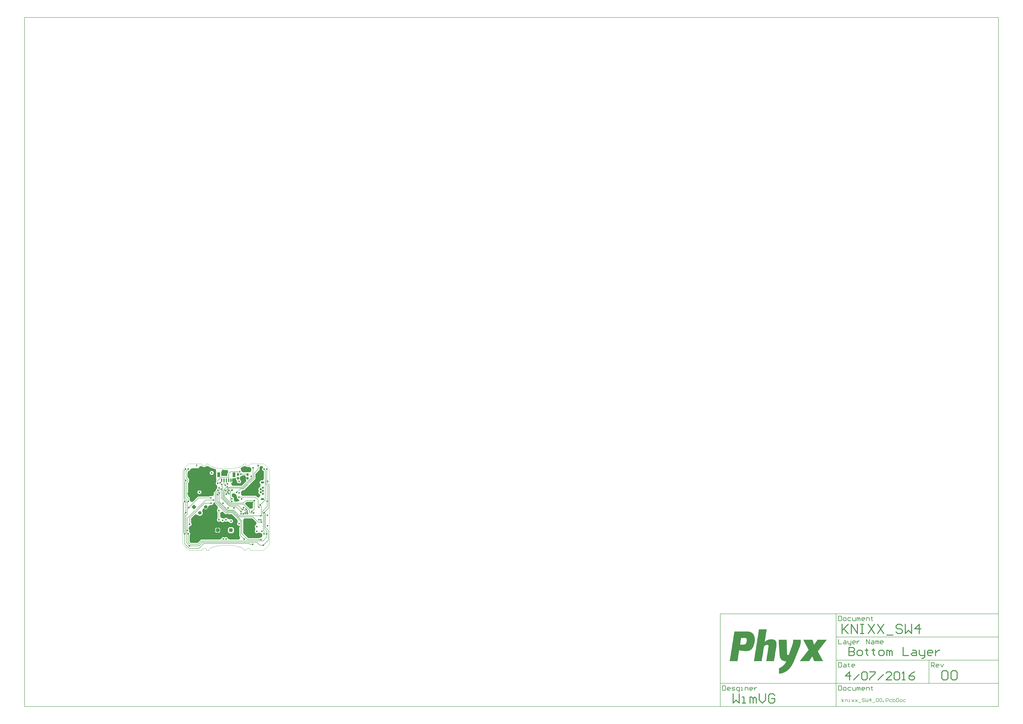
<source format=gbl>
G04 Layer_Physical_Order=4*
G04 Layer_Color=40191*
%FSLAX25Y25*%
%MOIN*%
G70*
G01*
G75*
%ADD10C,0.00787*%
%ADD41C,0.01181*%
%ADD42C,0.00591*%
%ADD43C,0.01575*%
%ADD45C,0.00984*%
%ADD46C,0.00394*%
%ADD47O,0.05906X0.03347*%
%ADD48C,0.03701*%
%ADD49P,0.08352X4X180.0*%
%ADD50C,0.05906*%
G04:AMPARAMS|DCode=51|XSize=62.99mil|YSize=62.99mil|CornerRadius=15.75mil|HoleSize=0mil|Usage=FLASHONLY|Rotation=180.000|XOffset=0mil|YOffset=0mil|HoleType=Round|Shape=RoundedRectangle|*
%AMROUNDEDRECTD51*
21,1,0.06299,0.03150,0,0,180.0*
21,1,0.03150,0.06299,0,0,180.0*
1,1,0.03150,-0.01575,0.01575*
1,1,0.03150,0.01575,0.01575*
1,1,0.03150,0.01575,-0.01575*
1,1,0.03150,-0.01575,-0.01575*
%
%ADD51ROUNDEDRECTD51*%
%ADD52C,0.02756*%
%ADD54C,0.01181*%
%ADD55C,0.02362*%
%ADD56R,0.02362X0.06102*%
%ADD57R,0.04724X0.07874*%
%ADD58R,0.03543X0.03937*%
%ADD59C,0.03150*%
G36*
X11373Y22980D02*
X14826Y22620D01*
X14954Y22453D01*
X15151Y22238D01*
X15367Y22040D01*
X15598Y21862D01*
X15845Y21705D01*
X16061Y21507D01*
X16540Y20988D01*
X16931Y20374D01*
X17357Y19546D01*
X17802Y18392D01*
X17937Y17711D01*
X17957Y17544D01*
X17955Y17465D01*
X17923Y17221D01*
X17910Y16929D01*
X17923Y16637D01*
X17961Y16348D01*
X18024Y16062D01*
X18112Y15784D01*
X18224Y15514D01*
X18359Y15254D01*
X18516Y15008D01*
X18694Y14776D01*
X18891Y14561D01*
X19107Y14363D01*
X19339Y14185D01*
X19585Y14028D01*
X19844Y13893D01*
X20400Y12897D01*
X20400Y12897D01*
X20400Y12897D01*
X20895Y12402D01*
X20965D01*
X21358Y12008D01*
Y10138D01*
X20866Y9646D01*
X19488D01*
X18803Y8960D01*
X17804D01*
D01*
D01*
X16707D01*
X14321Y9258D01*
X13706Y9909D01*
X13444Y10257D01*
X12583Y12758D01*
X12695Y13028D01*
X12783Y13306D01*
X12846Y13592D01*
X12884Y13881D01*
X12897Y14173D01*
X12884Y14465D01*
X12846Y14755D01*
X12783Y15040D01*
X12695Y15319D01*
X12583Y15589D01*
X12448Y15848D01*
X12291Y16094D01*
X12113Y16326D01*
X11916Y16542D01*
X11700Y16739D01*
X11468Y16917D01*
X11222Y17074D01*
X10963Y17209D01*
X10693Y17321D01*
X10414Y17409D01*
X10129Y17472D01*
X9839Y17510D01*
X9547Y17523D01*
X9354Y17708D01*
Y21277D01*
X9396Y21616D01*
X9498Y21857D01*
X10910Y23020D01*
X11373Y22980D01*
D02*
G37*
G36*
X60655Y69370D02*
X61299Y69265D01*
X62112Y68173D01*
X62203Y67931D01*
X62280Y67605D01*
X62186Y67335D01*
X61902Y66993D01*
X61894Y66987D01*
X61679Y66790D01*
X61481Y66574D01*
X61303Y66343D01*
X61146Y66096D01*
X61011Y65837D01*
X60900Y65567D01*
X60812Y65288D01*
X60748Y65003D01*
X60710Y64713D01*
X60698Y64421D01*
X60710Y64129D01*
X60748Y63840D01*
X60812Y63554D01*
X60900Y63276D01*
X61011Y63006D01*
X61146Y62746D01*
X61303Y62500D01*
X61481Y62268D01*
X61679Y62053D01*
X61894Y61855D01*
X62126Y61677D01*
X62372Y61520D01*
X62632Y61386D01*
X62902Y61274D01*
X63180Y61186D01*
X63466Y61123D01*
X63677Y61095D01*
Y49139D01*
X63561Y48533D01*
X62618Y45279D01*
X60059D01*
X59741Y45265D01*
X59426Y45224D01*
X59116Y45155D01*
X58812Y45059D01*
X58518Y44938D01*
X58236Y44791D01*
X57968Y44620D01*
X57716Y44426D01*
X57481Y44211D01*
X57267Y43977D01*
X57073Y43725D01*
X56902Y43457D01*
X56755Y43174D01*
X56634Y42881D01*
X56538Y42577D01*
X56469Y42267D01*
X56428Y41952D01*
X56414Y41634D01*
X56428Y41316D01*
X56469Y41001D01*
X56538Y40690D01*
X56634Y40387D01*
X56755Y40093D01*
X56902Y39811D01*
X57073Y39543D01*
X57267Y39291D01*
X57481Y39056D01*
X57716Y38842D01*
X57968Y38648D01*
X58236Y38477D01*
X57811Y34949D01*
X57756Y34686D01*
X57500Y34201D01*
X57195Y33784D01*
X56960Y33710D01*
X56652Y33582D01*
X56356Y33428D01*
X56075Y33249D01*
X55811Y33046D01*
X55565Y32821D01*
X55339Y32575D01*
X55137Y32311D01*
X54957Y32029D01*
X54803Y31734D01*
X54676Y31425D01*
X54575Y31108D01*
X54503Y30782D01*
X54460Y30451D01*
X54445Y30118D01*
X54460Y29785D01*
X54503Y29454D01*
X54575Y29129D01*
X54676Y28811D01*
X54803Y28503D01*
X54957Y28207D01*
X55137Y27926D01*
X55339Y27661D01*
X55433Y27559D01*
X55339Y27457D01*
X55137Y27193D01*
X54957Y26911D01*
X54803Y26616D01*
X54676Y26307D01*
X54575Y25989D01*
X54503Y25664D01*
X54460Y25333D01*
X54445Y25000D01*
X54460Y24667D01*
X54503Y24336D01*
X54575Y24011D01*
X54676Y23693D01*
X54803Y23384D01*
X54957Y23089D01*
X55137Y22807D01*
X55339Y22543D01*
X55565Y22297D01*
X55811Y22072D01*
X56075Y21869D01*
X56356Y21690D01*
X56652Y21536D01*
X56960Y21408D01*
X57278Y21308D01*
X57706Y19861D01*
X55738Y16589D01*
X54842Y15969D01*
X54111Y15943D01*
X53030Y16318D01*
X50816Y18532D01*
X50626Y18702D01*
X50419Y18849D01*
X50196Y18972D01*
X49962Y19069D01*
X49717Y19140D01*
X49466Y19182D01*
X49213Y19196D01*
X26936D01*
X25784Y20411D01*
X24801Y23067D01*
X24889Y23346D01*
X24952Y23631D01*
X24990Y23921D01*
X25003Y24213D01*
X24990Y24505D01*
X25038Y24966D01*
X25960Y26816D01*
X26386Y27506D01*
X26951Y28006D01*
X27545Y28441D01*
X29134D01*
X29388Y28456D01*
X29638Y28498D01*
X29883Y28569D01*
X30118Y28666D01*
X30340Y28789D01*
X30547Y28936D01*
X30737Y29105D01*
X48847Y47216D01*
X49017Y47405D01*
X49164Y47613D01*
X49287Y47835D01*
X49384Y48070D01*
X49455Y48314D01*
X49497Y48565D01*
X49511Y48819D01*
Y56147D01*
X55765Y62401D01*
X55934Y62590D01*
X56081Y62798D01*
X56204Y63020D01*
X56301Y63255D01*
X56372Y63499D01*
X56415Y63750D01*
X56429Y64004D01*
Y68011D01*
X56530Y68104D01*
X56727Y68319D01*
X56905Y68551D01*
X57062Y68798D01*
X59594Y69447D01*
X60655Y69370D01*
D02*
G37*
G36*
X-19094Y5258D02*
X-17773Y3937D01*
X-14856Y1020D01*
X-14543Y-43D01*
X-14517Y-183D01*
X-14605Y-1368D01*
X-14967Y-3537D01*
X-15164Y-3752D01*
X-15342Y-3984D01*
X-15499Y-4231D01*
X-15634Y-4490D01*
X-15746Y-4760D01*
X-15834Y-5039D01*
X-15897Y-5324D01*
X-15935Y-5614D01*
X-15948Y-5906D01*
X-15935Y-6197D01*
X-15897Y-6487D01*
X-15834Y-6773D01*
X-15746Y-7051D01*
X-15634Y-7321D01*
X-15499Y-7580D01*
X-15342Y-7827D01*
X-15164Y-8059D01*
X-14967Y-8274D01*
X-14964Y-8276D01*
Y-19283D01*
X-14967Y-19285D01*
X-15164Y-19500D01*
X-15342Y-19732D01*
X-15499Y-19979D01*
X-15634Y-20238D01*
X-15746Y-20508D01*
X-15834Y-20787D01*
X-15897Y-21072D01*
X-15935Y-21362D01*
X-15948Y-21654D01*
X-15935Y-21946D01*
X-15897Y-22235D01*
X-15834Y-22521D01*
X-15746Y-22799D01*
X-15634Y-23069D01*
X-15499Y-23328D01*
X-15342Y-23575D01*
X-15164Y-23807D01*
X-14967Y-24022D01*
X-14751Y-24219D01*
X-14520Y-24397D01*
X-14273Y-24554D01*
X-14014Y-24689D01*
X-13744Y-24801D01*
X-13465Y-24889D01*
X-13180Y-24952D01*
X-12890Y-24990D01*
X-12598Y-25003D01*
X-12307Y-24990D01*
X-12017Y-24952D01*
X-11732Y-24889D01*
X-11453Y-24801D01*
X-11183Y-24689D01*
X-10831Y-24531D01*
X-10272Y-24389D01*
X-9777Y-24378D01*
X-9299Y-24491D01*
X-8800Y-24743D01*
X-8452Y-25007D01*
X-8220Y-25185D01*
X-7974Y-25342D01*
X-7715Y-25477D01*
X-7445Y-25589D01*
X-7166Y-25676D01*
X-6881Y-25740D01*
X-6591Y-25778D01*
X-6299Y-25791D01*
X-6007Y-25778D01*
X-5717Y-25740D01*
X-5432Y-25676D01*
X-5154Y-25589D01*
X-4884Y-25477D01*
X-4624Y-25342D01*
X-4378Y-25185D01*
X-4146Y-25007D01*
X-3931Y-24810D01*
X-3931Y-24810D01*
X-3698Y-24574D01*
X-3250Y-24315D01*
X-2795Y-24245D01*
X-2279Y-24355D01*
X-2006Y-24493D01*
X-1736Y-24604D01*
X-1457Y-24692D01*
X-1172Y-24755D01*
X-883Y-24794D01*
X-591Y-24806D01*
X-299Y-24794D01*
X-9Y-24755D01*
X276Y-24692D01*
X555Y-24604D01*
X825Y-24493D01*
X1894Y-24494D01*
X1925Y-24498D01*
X4273Y-25171D01*
X4341Y-25200D01*
X5072Y-25592D01*
X5229Y-25839D01*
X5407Y-26070D01*
X5604Y-26286D01*
X5819Y-26483D01*
X6051Y-26661D01*
X6298Y-26818D01*
X6557Y-26953D01*
X6827Y-27065D01*
X7106Y-27153D01*
X7391Y-27216D01*
X7681Y-27254D01*
X7972Y-27267D01*
X8264Y-27254D01*
X8554Y-27216D01*
X8839Y-27153D01*
X9118Y-27065D01*
X9388Y-26953D01*
X9647Y-26818D01*
X9894Y-26661D01*
X10125Y-26483D01*
X10341Y-26286D01*
X10538Y-26070D01*
X10716Y-25839D01*
X10873Y-25592D01*
X11008Y-25333D01*
X11120Y-25063D01*
X11208Y-24784D01*
X11271Y-24499D01*
X11309Y-24209D01*
X11322Y-23917D01*
X11309Y-23625D01*
X11271Y-23336D01*
X11208Y-23050D01*
X11120Y-22772D01*
X11008Y-22502D01*
X10873Y-22242D01*
X10716Y-21996D01*
X10538Y-21764D01*
X10341Y-21549D01*
X10125Y-21351D01*
X9894Y-21173D01*
X9647Y-21016D01*
X9388Y-20881D01*
X9118Y-20770D01*
X8839Y-20682D01*
X8554Y-20619D01*
X8264Y-20580D01*
X7972Y-20568D01*
X7681Y-20580D01*
X7391Y-20619D01*
X7106Y-20682D01*
X6827Y-20770D01*
X6557Y-20881D01*
X5488Y-20880D01*
X5457Y-20877D01*
X3109Y-20203D01*
X3040Y-20174D01*
X2310Y-19782D01*
X2153Y-19535D01*
X1975Y-19304D01*
X1778Y-19088D01*
X1563Y-18891D01*
X1331Y-18713D01*
X1084Y-18556D01*
X825Y-18421D01*
X555Y-18309D01*
X276Y-18221D01*
X-9Y-18158D01*
X-299Y-18120D01*
X-591Y-18107D01*
X-883Y-18120D01*
X-1172Y-18158D01*
X-1457Y-18221D01*
X-1736Y-18309D01*
X-2006Y-18421D01*
X-2265Y-18556D01*
X-2512Y-18713D01*
X-2744Y-18891D01*
X-2959Y-19088D01*
X-2959Y-19088D01*
X-3192Y-19324D01*
X-3640Y-19583D01*
X-4095Y-19653D01*
X-4611Y-19543D01*
X-4884Y-19405D01*
X-5154Y-19293D01*
X-5432Y-19205D01*
X-5717Y-19142D01*
X-6007Y-19104D01*
X-6299Y-19091D01*
X-6819Y-19010D01*
X-7509Y-18724D01*
X-9446Y-17436D01*
X-10232Y-16311D01*
Y-9537D01*
X-6852Y-7829D01*
X-6736Y-7850D01*
X-5673Y-8163D01*
X-2391Y-11446D01*
X-2201Y-11615D01*
X-1994Y-11762D01*
X-1771Y-11885D01*
X-1536Y-11983D01*
X-1292Y-12053D01*
X-1041Y-12096D01*
X-787Y-12110D01*
X9297D01*
X18823Y-21635D01*
X19174Y-22549D01*
X19219Y-22708D01*
X19285Y-25978D01*
X19088Y-26193D01*
X18910Y-26425D01*
X18753Y-26672D01*
X18618Y-26931D01*
X18506Y-27201D01*
X18418Y-27479D01*
X18355Y-27765D01*
X18317Y-28054D01*
X18304Y-28346D01*
X18317Y-28638D01*
X18355Y-28928D01*
X18418Y-29213D01*
X18506Y-29492D01*
X18618Y-29762D01*
X18753Y-30021D01*
X18910Y-30268D01*
X19088Y-30500D01*
X19285Y-30715D01*
X19500Y-30912D01*
X19732Y-31090D01*
X19979Y-31247D01*
X20238Y-31382D01*
X20508Y-31494D01*
X20787Y-31582D01*
X21072Y-31645D01*
X21362Y-31683D01*
X21654Y-31696D01*
X22142Y-35605D01*
Y-48819D01*
X22156Y-49073D01*
X22199Y-49323D01*
X22269Y-49568D01*
X22367Y-49803D01*
X22490Y-50025D01*
X22637Y-50233D01*
X22806Y-50422D01*
X23561Y-51177D01*
X21931Y-55114D01*
X6841D01*
X6552Y-55078D01*
X2956Y-54331D01*
X2943Y-54039D01*
X2905Y-53749D01*
X2842Y-53464D01*
X2754Y-53185D01*
X2642Y-52915D01*
X2507Y-52656D01*
X2350Y-52409D01*
X2172Y-52178D01*
X1975Y-51962D01*
X1759Y-51765D01*
X1528Y-51587D01*
X1281Y-51430D01*
X1022Y-51295D01*
X752Y-51183D01*
X473Y-51095D01*
X188Y-51032D01*
X-102Y-50994D01*
X-394Y-50981D01*
X-686Y-50994D01*
X-975Y-51032D01*
X-1261Y-51095D01*
X-1539Y-51183D01*
X-1809Y-51295D01*
X-2069Y-51430D01*
X-2315Y-51587D01*
X-2547Y-51765D01*
X-2756Y-51956D01*
X-2965Y-51765D01*
X-3197Y-51587D01*
X-3443Y-51430D01*
X-3703Y-51295D01*
X-3972Y-51183D01*
X-4251Y-51095D01*
X-4536Y-51032D01*
X-4826Y-50994D01*
X-5118Y-50981D01*
X-5410Y-50994D01*
X-5700Y-51032D01*
X-5985Y-51095D01*
X-6264Y-51183D01*
X-6534Y-51295D01*
X-6793Y-51430D01*
X-7039Y-51587D01*
X-7271Y-51765D01*
X-7487Y-51962D01*
X-7684Y-52178D01*
X-7862Y-52409D01*
X-8019Y-52656D01*
X-8154Y-52915D01*
X-8266Y-53185D01*
X-8354Y-53464D01*
X-8417Y-53749D01*
X-8455Y-54039D01*
X-8468Y-54331D01*
X-12064Y-55078D01*
X-12352Y-55114D01*
X-41831D01*
X-41831Y-55114D01*
X-42096Y-55129D01*
X-42357Y-55174D01*
X-42612Y-55247D01*
X-42857Y-55349D01*
X-43089Y-55477D01*
X-43306Y-55631D01*
X-43504Y-55807D01*
X-48716Y-61020D01*
X-60339D01*
X-62181Y-59178D01*
Y-47950D01*
X-62179Y-47947D01*
X-61981Y-47732D01*
X-61803Y-47500D01*
X-61646Y-47254D01*
X-61511Y-46994D01*
X-61400Y-46724D01*
X-61312Y-46446D01*
X-61248Y-46160D01*
X-61210Y-45871D01*
X-61198Y-45579D01*
X-61210Y-45287D01*
X-61248Y-44997D01*
X-61312Y-44712D01*
X-61400Y-44433D01*
X-61511Y-44163D01*
X-61646Y-43904D01*
X-61803Y-43657D01*
X-61981Y-43426D01*
X-62179Y-43210D01*
X-62394Y-43013D01*
X-62692Y-42737D01*
X-62985Y-42301D01*
X-63119Y-41850D01*
X-63109Y-41338D01*
X-62994Y-40909D01*
X-62906Y-40631D01*
X-62843Y-40345D01*
X-62805Y-40056D01*
X-62792Y-39764D01*
X-62805Y-39472D01*
X-62843Y-39182D01*
X-62906Y-38897D01*
X-62994Y-38618D01*
X-63106Y-38348D01*
X-63241Y-38089D01*
X-63398Y-37843D01*
X-63576Y-37611D01*
X-63773Y-37395D01*
X-63874Y-37303D01*
Y-36224D01*
X-63636Y-35392D01*
X-63580Y-35250D01*
X-62205Y-32484D01*
X-61913Y-32471D01*
X-61623Y-32433D01*
X-61338Y-32369D01*
X-61059Y-32282D01*
X-60789Y-32170D01*
X-60530Y-32035D01*
X-60283Y-31878D01*
X-60052Y-31700D01*
X-59836Y-31502D01*
X-59639Y-31287D01*
X-59461Y-31055D01*
X-59304Y-30809D01*
X-59169Y-30549D01*
X-59057Y-30279D01*
X-58969Y-30001D01*
X-58906Y-29715D01*
X-58868Y-29426D01*
X-58855Y-29134D01*
X-58868Y-28842D01*
X-58906Y-28552D01*
X-58969Y-28267D01*
X-59057Y-27988D01*
X-59169Y-27718D01*
X-59304Y-27459D01*
X-59461Y-27213D01*
X-59639Y-26981D01*
X-59836Y-26765D01*
X-59937Y-26673D01*
Y-19443D01*
X-53377Y-12883D01*
X-52064Y-12540D01*
X-52062Y-12540D01*
X-51836Y-12566D01*
X-49084Y-13129D01*
X-48482Y-13482D01*
X-48198Y-13745D01*
X-47894Y-13984D01*
X-47573Y-14199D01*
X-47236Y-14388D01*
X-46884Y-14550D01*
X-46522Y-14684D01*
X-46149Y-14789D01*
X-45770Y-14864D01*
X-45386Y-14910D01*
X-45000Y-14925D01*
X-44613Y-14910D01*
X-44229Y-14864D01*
X-43850Y-14789D01*
X-43478Y-14684D01*
X-43115Y-14550D01*
X-42764Y-14388D01*
X-42426Y-14199D01*
X-42105Y-13984D01*
X-41801Y-13745D01*
X-41517Y-13482D01*
X-41255Y-13198D01*
X-41015Y-12895D01*
X-40800Y-12573D01*
X-40611Y-12236D01*
X-40450Y-11885D01*
X-40316Y-11522D01*
X-40211Y-11150D01*
X-40135Y-10770D01*
X-40090Y-10386D01*
X-40075Y-10000D01*
X-40090Y-9613D01*
X-40135Y-9229D01*
X-40211Y-8850D01*
X-40316Y-8478D01*
X-40450Y-8115D01*
X-40611Y-7764D01*
X-40800Y-7427D01*
X-41015Y-7105D01*
X-40058Y-4012D01*
X-39761Y-3322D01*
X-38628Y-2430D01*
X-38483Y-2410D01*
X-38315Y-2455D01*
X-38214Y-2518D01*
X-35348Y348D01*
X-35000Y0D01*
X-34652Y348D01*
X-31890Y-2414D01*
X-31772Y-2260D01*
X-31587Y-1970D01*
X-31428Y-1665D01*
X-31297Y-1348D01*
X-31193Y-1020D01*
X-31119Y-684D01*
X-31074Y-343D01*
X-31059Y0D01*
X-31063Y95D01*
X-31014Y490D01*
X-30853Y882D01*
X-30264Y1500D01*
X-30022Y1711D01*
X-29260Y2162D01*
X-27355Y3245D01*
X-27130Y3152D01*
X-26851Y3064D01*
X-26566Y3001D01*
X-26276Y2962D01*
X-25984Y2950D01*
X-25692Y2962D01*
X-25403Y3001D01*
X-25117Y3064D01*
X-24839Y3152D01*
X-24569Y3263D01*
X-24309Y3398D01*
X-24063Y3555D01*
X-23831Y3733D01*
X-23616Y3931D01*
X-23475Y4084D01*
X-23368Y4189D01*
X-22989Y4443D01*
X-22363Y4606D01*
X-21850Y5118D01*
Y6299D01*
X-19094D01*
Y5258D01*
D02*
G37*
G36*
X51120Y-25980D02*
X51175Y-26798D01*
X51154Y-27598D01*
X50401Y-29762D01*
X50087Y-30219D01*
X50030Y-30291D01*
X50000Y-30307D01*
X49753Y-30464D01*
X49521Y-30641D01*
X49306Y-30839D01*
X49108Y-31054D01*
X48930Y-31286D01*
X48774Y-31533D01*
X48639Y-31792D01*
X48527Y-32062D01*
X48439Y-32340D01*
X48376Y-32626D01*
X48338Y-32916D01*
X48325Y-33207D01*
X48338Y-33499D01*
X48376Y-33789D01*
X48439Y-34074D01*
X48527Y-34353D01*
X48639Y-34623D01*
X48658Y-34660D01*
X48803Y-34982D01*
X48950Y-35473D01*
X48984Y-35660D01*
X49108Y-36902D01*
Y-37544D01*
X48984Y-38786D01*
X48950Y-38974D01*
X48803Y-39464D01*
X48658Y-39786D01*
X48639Y-39823D01*
X48527Y-40093D01*
X48439Y-40372D01*
X48376Y-40657D01*
X48338Y-40947D01*
X48325Y-41239D01*
X48338Y-41531D01*
X48376Y-41821D01*
X48439Y-42106D01*
X48527Y-42385D01*
X48639Y-42655D01*
X48774Y-42914D01*
X48930Y-43160D01*
X49108Y-43392D01*
X49306Y-43608D01*
X49521Y-43805D01*
X49753Y-43983D01*
X50000Y-44140D01*
X50259Y-44275D01*
X50529Y-44387D01*
X50807Y-44475D01*
X51093Y-44538D01*
X51382Y-44576D01*
X51674Y-44589D01*
X51966Y-44576D01*
X52256Y-44538D01*
X52541Y-44475D01*
X52820Y-44387D01*
X53090Y-44275D01*
X53349Y-44140D01*
X53596Y-43983D01*
X53925Y-43870D01*
X54507Y-43724D01*
X55278Y-43668D01*
X57431Y-43772D01*
X57913Y-43923D01*
X58315Y-44082D01*
X58561Y-44239D01*
X58821Y-44374D01*
X59091Y-44486D01*
X59369Y-44574D01*
X59654Y-44637D01*
X60066Y-44773D01*
X60431Y-45064D01*
X60653Y-45492D01*
X60710Y-45871D01*
Y-45871D01*
X60748Y-46160D01*
X60812Y-46446D01*
X60900Y-46724D01*
X61011Y-46994D01*
X61146Y-47254D01*
X61188Y-47319D01*
X61065Y-48809D01*
X60748Y-50551D01*
X59106Y-51789D01*
X58953Y-51769D01*
X58661Y-51757D01*
X58369Y-51769D01*
X58080Y-51808D01*
X57794Y-51871D01*
X57516Y-51959D01*
X57246Y-52070D01*
X56987Y-52205D01*
X56740Y-52363D01*
X56508Y-52540D01*
X56293Y-52738D01*
X56200Y-52839D01*
X37148D01*
X28645Y-44336D01*
Y-23622D01*
X28631Y-23368D01*
X28588Y-23118D01*
X28568Y-22751D01*
X29091Y-21477D01*
X29598Y-20356D01*
X30504Y-19196D01*
X44336D01*
X51120Y-25980D01*
D02*
G37*
G36*
X44875Y8557D02*
X44977Y8464D01*
Y-1415D01*
X44350Y-2359D01*
X40189Y-2927D01*
X31455Y5807D01*
X34305Y8658D01*
X44783D01*
X44875Y8557D01*
D02*
G37*
G36*
X-42123Y69902D02*
X-42105Y69883D01*
X-42042Y69812D01*
X-41795Y69562D01*
X-41725Y69498D01*
X-41657Y69433D01*
X-41389Y69205D01*
X-41313Y69148D01*
X-41240Y69089D01*
X-40953Y68886D01*
X-40873Y68835D01*
X-40794Y68783D01*
X-40490Y68605D01*
X-40406Y68562D01*
X-40323Y68517D01*
X-40005Y68366D01*
X-39918Y68330D01*
X-39831Y68292D01*
X-39502Y68170D01*
X-39411Y68142D01*
X-39321Y68112D01*
X-38982Y68019D01*
X-38890Y67999D01*
X-38798Y67976D01*
X-38452Y67913D01*
X-38358Y67901D01*
X-38265Y67887D01*
X-37914Y67854D01*
X-37820Y67851D01*
X-37725Y67845D01*
X-37374Y67843D01*
X-37279Y67847D01*
X-37185Y67849D01*
X-36834Y67878D01*
X-36740Y67891D01*
X-36647Y67901D01*
X-36300Y67960D01*
X-36208Y67981D01*
X-36115Y68000D01*
X-35774Y68089D01*
X-35684Y68118D01*
X-35594Y68144D01*
X-35262Y68262D01*
X-35175Y68299D01*
X-35087Y68334D01*
X-34767Y68480D01*
X-34684Y68524D01*
X-34599Y68567D01*
X-34293Y68740D01*
X-34293Y68740D01*
X-34214Y68792D01*
X-34133Y68841D01*
X-33108Y69402D01*
X-31439Y69520D01*
X-31362Y69509D01*
X-29820Y68744D01*
X-29820Y68744D01*
X-29491Y68518D01*
X-29070Y68228D01*
X-28997Y68183D01*
X-28926Y68137D01*
X-28059Y67635D01*
X-27996Y67603D01*
X-27934Y67568D01*
X-26954Y67084D01*
X-26899Y67061D01*
X-26845Y67034D01*
X-25756Y66569D01*
X-25708Y66552D01*
X-25660Y66531D01*
X-24467Y66087D01*
X-24424Y66074D01*
X-24383Y66058D01*
X-23090Y65637D01*
X-23052Y65627D01*
X-23015Y65614D01*
X-21629Y65219D01*
X-21594Y65211D01*
X-21560Y65201D01*
X-20087Y64832D01*
X-20055Y64826D01*
X-20024Y64818D01*
X-18470Y64477D01*
X-18440Y64473D01*
X-18412Y64465D01*
X-17997Y64386D01*
X-17323Y60728D01*
X-17323D01*
Y48917D01*
X-17323Y48917D01*
X-16847Y45335D01*
X-16829Y44980D01*
X-16834Y44882D01*
Y42619D01*
X-16936Y42526D01*
X-17133Y42311D01*
X-17311Y42079D01*
X-17468Y41832D01*
X-17603Y41573D01*
X-17715Y41303D01*
X-17802Y41024D01*
X-17866Y40739D01*
X-17904Y40449D01*
X-17917Y40157D01*
X-17904Y39865D01*
X-17866Y39576D01*
X-17802Y39290D01*
X-17715Y39012D01*
X-17603Y38742D01*
X-17468Y38483D01*
X-17311Y38236D01*
X-17133Y38004D01*
X-16936Y37789D01*
X-16930Y37784D01*
X-16421Y37107D01*
X-16064Y36531D01*
X-15806Y35992D01*
X-15621Y35455D01*
X-15500Y34895D01*
X-15438Y34284D01*
X-15440Y33497D01*
X-15488Y32932D01*
X-15504Y32865D01*
X-15542Y32575D01*
X-15554Y32283D01*
X-15542Y31991D01*
X-15504Y31702D01*
X-15466Y31532D01*
X-15589Y31481D01*
X-15848Y31346D01*
X-16094Y31189D01*
X-16326Y31011D01*
X-16542Y30813D01*
X-16739Y30598D01*
X-16917Y30366D01*
X-17074Y30120D01*
X-17209Y29860D01*
X-17321Y29590D01*
X-17409Y29312D01*
X-17472Y29026D01*
X-17510Y28737D01*
X-17523Y28445D01*
X-17513Y28213D01*
X-20501Y25225D01*
X-20670Y25036D01*
X-20817Y24828D01*
X-20940Y24606D01*
X-21038Y24371D01*
X-21108Y24127D01*
X-21151Y23876D01*
X-21165Y23622D01*
Y20410D01*
X-22114Y19514D01*
X-22462Y19251D01*
X-24962Y18390D01*
X-25232Y18502D01*
X-25511Y18590D01*
X-25796Y18653D01*
X-26086Y18691D01*
X-26378Y18704D01*
X-26670Y18691D01*
X-26960Y18653D01*
X-27245Y18590D01*
X-27524Y18502D01*
X-27794Y18390D01*
X-28053Y18255D01*
X-28299Y18098D01*
X-28531Y17920D01*
X-28747Y17723D01*
X-28839Y17622D01*
X-47244D01*
X-47498Y17607D01*
X-47749Y17565D01*
X-47993Y17494D01*
X-48228Y17397D01*
X-48450Y17274D01*
X-48658Y17127D01*
X-48847Y16958D01*
X-57325Y8480D01*
X-59438Y8833D01*
X-61248Y10003D01*
X-61312Y10288D01*
X-61400Y10567D01*
X-61511Y10837D01*
X-61646Y11096D01*
X-61803Y11343D01*
X-61981Y11574D01*
X-62179Y11790D01*
X-62181Y11792D01*
Y15039D01*
X-62196Y15304D01*
X-62241Y15566D01*
X-62314Y15821D01*
X-62416Y16066D01*
X-62544Y16298D01*
X-62697Y16514D01*
X-62874Y16712D01*
X-64957Y18795D01*
Y40654D01*
X-63878Y41732D01*
X-63878Y41733D01*
X-63701Y41930D01*
X-63548Y42147D01*
X-63420Y42379D01*
X-63318Y42624D01*
X-63245Y42879D01*
X-63200Y43141D01*
X-63185Y43406D01*
X-63185Y43406D01*
Y46949D01*
X-63200Y47214D01*
X-63245Y47475D01*
X-63318Y47730D01*
X-63420Y47975D01*
X-63548Y48208D01*
X-63701Y48424D01*
X-63878Y48622D01*
X-66040Y50783D01*
Y57753D01*
X-64547Y61072D01*
X-64255Y61084D01*
X-63966Y61123D01*
X-63680Y61186D01*
X-63402Y61274D01*
X-63132Y61386D01*
X-62872Y61520D01*
X-62626Y61677D01*
X-62394Y61855D01*
X-62179Y62053D01*
X-61981Y62268D01*
X-61803Y62500D01*
X-61646Y62746D01*
X-61511Y63006D01*
X-61400Y63276D01*
X-61312Y63554D01*
X-61248Y63840D01*
X-61210Y64129D01*
X-61198Y64421D01*
X-58235Y65535D01*
X-57600Y65711D01*
X-57424Y65745D01*
X-48228D01*
X-47986Y65758D01*
X-47746Y65799D01*
X-47512Y65866D01*
X-47287Y65959D01*
X-47074Y66077D01*
X-46876Y66218D01*
X-46741Y66339D01*
X-46654D01*
Y66426D01*
X-46533Y66561D01*
X-46392Y66760D01*
X-46274Y66972D01*
X-46181Y67197D01*
X-46114Y67431D01*
X-46073Y67671D01*
X-46060Y67913D01*
Y68007D01*
X-42664Y69913D01*
X-42123Y69902D01*
D02*
G37*
G36*
X-5564Y62946D02*
X-5543Y62946D01*
X-5522Y62944D01*
X-3580Y62871D01*
X-3559Y62871D01*
X-3539Y62870D01*
X-1583Y62833D01*
X-1563Y62834D01*
X-1543Y62833D01*
X417D01*
X437Y62834D01*
X457Y62833D01*
X1720Y62857D01*
X2832Y61305D01*
X3398Y58967D01*
X2334Y57902D01*
X2164Y57713D01*
X2017Y57506D01*
X1894Y57283D01*
X1797Y57048D01*
X1726Y56804D01*
X1684Y56553D01*
X1670Y56299D01*
Y52661D01*
X-8661D01*
Y59196D01*
X-8492Y59772D01*
X-5645Y62950D01*
X-5564Y62946D01*
D02*
G37*
G36*
X32283Y51181D02*
X33268D01*
Y49311D01*
X36024D01*
Y48327D01*
X33268D01*
Y45866D01*
X33268D01*
X34058Y43958D01*
X26650Y36549D01*
D01*
D01*
X26226Y36126D01*
X10689D01*
X9384Y37382D01*
X8113Y39832D01*
X8501Y40727D01*
X10039Y41240D01*
Y44784D01*
X7874D01*
Y45768D01*
X10039D01*
Y48917D01*
X14987D01*
X17126Y45866D01*
D01*
X18413Y42462D01*
X18418Y42440D01*
X18506Y42162D01*
X18618Y41892D01*
X18753Y41632D01*
X18910Y41386D01*
X19088Y41154D01*
X19285Y40938D01*
X19500Y40741D01*
X19732Y40563D01*
X19979Y40406D01*
X20238Y40271D01*
X20508Y40159D01*
X20514Y40157D01*
X23232D01*
X23909Y40835D01*
D01*
X24022Y40938D01*
X24219Y41154D01*
X24397Y41386D01*
X24554Y41632D01*
X24689Y41892D01*
X24801Y42162D01*
X24889Y42440D01*
X24952Y42725D01*
X24990Y43015D01*
X25003Y43307D01*
X25003Y43307D01*
X25003Y43307D01*
X24990Y43599D01*
X24991Y43599D01*
X24990Y43599D01*
X24952Y43889D01*
X24952Y43889D01*
X24952Y43889D01*
X24889Y44174D01*
X24801Y44453D01*
X24689Y44723D01*
X24554Y44982D01*
X24397Y45228D01*
X24219Y45460D01*
X24022Y45676D01*
X23807Y45873D01*
X23575Y46051D01*
X23328Y46208D01*
X23141Y48605D01*
X23192Y50229D01*
X24803Y52556D01*
X25095Y52569D01*
X25385Y52607D01*
X25670Y52670D01*
X25949Y52758D01*
X26219Y52870D01*
X26478Y53005D01*
X26724Y53162D01*
X26956Y53339D01*
X27172Y53537D01*
X27264Y53638D01*
X32283D01*
Y51181D01*
D02*
G37*
G36*
X32347Y69238D02*
X33206Y68783D01*
X33206Y68783D01*
X33510Y68605D01*
X33594Y68562D01*
X33677Y68517D01*
X33995Y68366D01*
X34082Y68330D01*
X34169Y68292D01*
X34499Y68170D01*
X34589Y68142D01*
X34679Y68112D01*
X35018Y68019D01*
X35110Y67999D01*
X35202Y67976D01*
X35548Y67913D01*
X35642Y67901D01*
X35735Y67887D01*
X36086Y67854D01*
X36180Y67851D01*
X36275Y67845D01*
X36626Y67843D01*
X36721Y67847D01*
X36815Y67849D01*
X37166Y67878D01*
X37260Y67891D01*
X37354Y67901D01*
X37700Y67960D01*
X37793Y67981D01*
X37885Y68000D01*
X38225Y68089D01*
X38316Y68118D01*
X38406Y68144D01*
X39002Y67945D01*
X39710Y67635D01*
X40194Y67357D01*
X40284Y67301D01*
X41239Y66582D01*
X41977Y65785D01*
X42040Y65499D01*
X42128Y65220D01*
X42240Y64951D01*
X42375Y64691D01*
X42532Y64445D01*
X42609Y64344D01*
X42201Y60311D01*
X39764Y59055D01*
X32283D01*
X32283Y59055D01*
X29700Y58866D01*
X26171Y60135D01*
X26133Y60424D01*
X26070Y60710D01*
X25982Y60988D01*
X25870Y61258D01*
X25736Y61517D01*
X25578Y61764D01*
X25401Y61996D01*
X25203Y62211D01*
X24988Y62409D01*
X24908Y62470D01*
X24559Y64954D01*
X25094Y66767D01*
X25719Y67034D01*
X25773Y67061D01*
X25828Y67084D01*
X26808Y67568D01*
X26870Y67603D01*
X26933Y67635D01*
X27800Y68137D01*
X27871Y68183D01*
X27944Y68228D01*
X28455Y68580D01*
X28694Y68744D01*
X28694Y68744D01*
X29151Y68976D01*
X30492Y69465D01*
X32347Y69238D01*
D02*
G37*
%LPC*%
G36*
X-10627Y-39862D02*
X-14272D01*
Y-43506D01*
X-13190D01*
X-12938Y-43494D01*
X-12690Y-43457D01*
X-12446Y-43396D01*
X-12209Y-43311D01*
X-11982Y-43204D01*
X-11766Y-43075D01*
X-11564Y-42925D01*
X-11378Y-42756D01*
X-11209Y-42570D01*
X-11059Y-42368D01*
X-10930Y-42152D01*
X-10823Y-41925D01*
X-10738Y-41688D01*
X-10677Y-41444D01*
X-10640Y-41195D01*
X-10627Y-40944D01*
Y-39862D01*
D02*
G37*
G36*
X-15257D02*
X-18901D01*
Y-40944D01*
X-18889Y-41195D01*
X-18852Y-41444D01*
X-18791Y-41688D01*
X-18706Y-41925D01*
X-18599Y-42152D01*
X-18470Y-42368D01*
X-18320Y-42570D01*
X-18151Y-42756D01*
X-17965Y-42925D01*
X-17763Y-43075D01*
X-17547Y-43204D01*
X-17320Y-43311D01*
X-17083Y-43396D01*
X-16839Y-43457D01*
X-16590Y-43494D01*
X-16339Y-43506D01*
X-15257D01*
Y-39862D01*
D02*
G37*
G36*
X9449Y-34249D02*
X6299D01*
X5990Y-34262D01*
X5683Y-34302D01*
X5381Y-34370D01*
X5086Y-34462D01*
X4800Y-34581D01*
X4526Y-34724D01*
X4265Y-34890D01*
X4019Y-35078D01*
X3791Y-35287D01*
X3582Y-35515D01*
X3394Y-35761D01*
X3228Y-36022D01*
X3085Y-36296D01*
X2966Y-36582D01*
X2873Y-36877D01*
X2806Y-37179D01*
X2766Y-37486D01*
X2753Y-37795D01*
Y-40945D01*
X2766Y-41254D01*
X2806Y-41561D01*
X2873Y-41863D01*
X2966Y-42158D01*
X3085Y-42444D01*
X3228Y-42718D01*
X3394Y-42979D01*
X3582Y-43225D01*
X3791Y-43453D01*
X4019Y-43662D01*
X4265Y-43850D01*
X4526Y-44016D01*
X4800Y-44159D01*
X5086Y-44278D01*
X5381Y-44371D01*
X5683Y-44438D01*
X5990Y-44478D01*
X6299Y-44492D01*
X9449D01*
X9758Y-44478D01*
X10065Y-44438D01*
X10367Y-44371D01*
X10662Y-44278D01*
X10948Y-44159D01*
X11222Y-44016D01*
X11483Y-43850D01*
X11729Y-43662D01*
X11957Y-43453D01*
X12166Y-43225D01*
X12354Y-42979D01*
X12520Y-42718D01*
X12663Y-42444D01*
X12782Y-42158D01*
X12875Y-41863D01*
X12942Y-41561D01*
X12982Y-41254D01*
X12995Y-40945D01*
Y-37795D01*
X12982Y-37486D01*
X12942Y-37179D01*
X12875Y-36877D01*
X12782Y-36582D01*
X12663Y-36296D01*
X12520Y-36022D01*
X12354Y-35761D01*
X12166Y-35515D01*
X11957Y-35287D01*
X11729Y-35078D01*
X11483Y-34890D01*
X11222Y-34724D01*
X10948Y-34581D01*
X10662Y-34462D01*
X10367Y-34370D01*
X10065Y-34302D01*
X9758Y-34262D01*
X9449Y-34249D01*
D02*
G37*
G36*
X-15257Y-35232D02*
X-16339D01*
X-16590Y-35245D01*
X-16839Y-35282D01*
X-17083Y-35343D01*
X-17320Y-35427D01*
X-17547Y-35535D01*
X-17763Y-35664D01*
X-17965Y-35814D01*
X-18151Y-35983D01*
X-18320Y-36169D01*
X-18470Y-36371D01*
X-18599Y-36587D01*
X-18706Y-36814D01*
X-18791Y-37051D01*
X-18852Y-37295D01*
X-18889Y-37543D01*
X-18901Y-37795D01*
Y-38877D01*
X-15257D01*
Y-35232D01*
D02*
G37*
G36*
X-24803Y61224D02*
X-25095Y61211D01*
X-25385Y61173D01*
X-25670Y61110D01*
X-25949Y61022D01*
X-26219Y60910D01*
X-26478Y60775D01*
X-26724Y60618D01*
X-26956Y60440D01*
X-27172Y60243D01*
X-27369Y60027D01*
X-27547Y59795D01*
X-27704Y59549D01*
X-27839Y59290D01*
X-27951Y59020D01*
X-28039Y58741D01*
X-28102Y58456D01*
X-28140Y58166D01*
X-28153Y57874D01*
X-28140Y57582D01*
X-28102Y57292D01*
X-28039Y57007D01*
X-27951Y56728D01*
X-27839Y56458D01*
X-27704Y56199D01*
X-27547Y55953D01*
X-27369Y55721D01*
X-27172Y55506D01*
X-26956Y55308D01*
X-26724Y55130D01*
X-26478Y54973D01*
X-26219Y54838D01*
X-25949Y54726D01*
X-25670Y54638D01*
X-25385Y54575D01*
X-25095Y54537D01*
X-24803Y54524D01*
X-24511Y54537D01*
X-24221Y54575D01*
X-23936Y54638D01*
X-23658Y54726D01*
X-23388Y54838D01*
X-23128Y54973D01*
X-22882Y55130D01*
X-22650Y55308D01*
X-22435Y55506D01*
X-22237Y55721D01*
X-22059Y55953D01*
X-21902Y56199D01*
X-21767Y56458D01*
X-21655Y56728D01*
X-21568Y57007D01*
X-21504Y57292D01*
X-21466Y57582D01*
X-21453Y57874D01*
X-21466Y58166D01*
X-21504Y58456D01*
X-21568Y58741D01*
X-21655Y59020D01*
X-21767Y59290D01*
X-21902Y59549D01*
X-22059Y59795D01*
X-22237Y60027D01*
X-22435Y60243D01*
X-22650Y60440D01*
X-22882Y60618D01*
X-23128Y60775D01*
X-23388Y60910D01*
X-23658Y61022D01*
X-23936Y61110D01*
X-24221Y61173D01*
X-24511Y61211D01*
X-24803Y61224D01*
D02*
G37*
G36*
X-45669Y28547D02*
X-45961Y28534D01*
X-46251Y28496D01*
X-46536Y28432D01*
X-46815Y28345D01*
X-47085Y28233D01*
X-47344Y28098D01*
X-47591Y27941D01*
X-47822Y27763D01*
X-48038Y27565D01*
X-48235Y27350D01*
X-48413Y27118D01*
X-48570Y26872D01*
X-48705Y26612D01*
X-48817Y26342D01*
X-48905Y26064D01*
X-48968Y25778D01*
X-49006Y25489D01*
X-49019Y25197D01*
X-49006Y24905D01*
X-48968Y24615D01*
X-48905Y24330D01*
X-48817Y24051D01*
X-48705Y23781D01*
X-48570Y23522D01*
X-48413Y23276D01*
X-48235Y23044D01*
X-48038Y22828D01*
X-47822Y22631D01*
X-47591Y22453D01*
X-47344Y22296D01*
X-47085Y22161D01*
X-46815Y22049D01*
X-46536Y21961D01*
X-46251Y21898D01*
X-45961Y21860D01*
X-45669Y21847D01*
X-45377Y21860D01*
X-45088Y21898D01*
X-44802Y21961D01*
X-44524Y22049D01*
X-44254Y22161D01*
X-43995Y22296D01*
X-43748Y22453D01*
X-43516Y22631D01*
X-43301Y22828D01*
X-43103Y23044D01*
X-42925Y23276D01*
X-42768Y23522D01*
X-42634Y23781D01*
X-42522Y24051D01*
X-42434Y24330D01*
X-42371Y24615D01*
X-42332Y24905D01*
X-42320Y25197D01*
X-42332Y25489D01*
X-42371Y25778D01*
X-42434Y26064D01*
X-42522Y26342D01*
X-42634Y26612D01*
X-42768Y26872D01*
X-42925Y27118D01*
X-43103Y27350D01*
X-43301Y27565D01*
X-43516Y27763D01*
X-43748Y27941D01*
X-43995Y28098D01*
X-44254Y28233D01*
X-44524Y28345D01*
X-44802Y28432D01*
X-45088Y28496D01*
X-45377Y28534D01*
X-45669Y28547D01*
D02*
G37*
G36*
X-13190Y-35232D02*
X-14272D01*
Y-38877D01*
X-10627D01*
Y-37795D01*
X-10640Y-37543D01*
X-10677Y-37295D01*
X-10738Y-37051D01*
X-10823Y-36814D01*
X-10930Y-36587D01*
X-11059Y-36371D01*
X-11209Y-36169D01*
X-11378Y-35983D01*
X-11564Y-35814D01*
X-11766Y-35664D01*
X-11982Y-35535D01*
X-12209Y-35427D01*
X-12446Y-35343D01*
X-12690Y-35282D01*
X-12938Y-35245D01*
X-13190Y-35232D01*
D02*
G37*
G36*
X-35000Y-696D02*
X-37414Y-3110D01*
X-37260Y-3228D01*
X-36970Y-3413D01*
X-36665Y-3571D01*
X-36347Y-3703D01*
X-36020Y-3806D01*
X-35684Y-3881D01*
X-35343Y-3926D01*
X-35000Y-3941D01*
X-34656Y-3926D01*
X-34315Y-3881D01*
X-33980Y-3806D01*
X-33652Y-3703D01*
X-33334Y-3571D01*
X-33029Y-3413D01*
X-32739Y-3228D01*
X-32586Y-3110D01*
X-35000Y-696D01*
D02*
G37*
%LPD*%
G36*
X975410Y-225449D02*
Y-225736D01*
Y-226022D01*
Y-226308D01*
Y-226595D01*
Y-226881D01*
Y-227167D01*
Y-227453D01*
Y-227740D01*
Y-228026D01*
Y-228312D01*
Y-228599D01*
Y-228885D01*
Y-229171D01*
Y-229458D01*
Y-229744D01*
Y-230030D01*
Y-230317D01*
Y-230603D01*
Y-230889D01*
Y-231176D01*
X975124D01*
Y-231462D01*
Y-231748D01*
Y-232034D01*
Y-232321D01*
Y-232607D01*
X974838D01*
Y-232893D01*
Y-233180D01*
Y-233466D01*
Y-233752D01*
X974551D01*
Y-234039D01*
Y-234325D01*
Y-234611D01*
Y-234898D01*
X974265D01*
Y-235184D01*
Y-235470D01*
Y-235757D01*
X973979D01*
Y-236043D01*
Y-236329D01*
Y-236615D01*
X973692D01*
Y-236902D01*
Y-237188D01*
Y-237474D01*
X973406D01*
Y-237761D01*
Y-238047D01*
Y-238333D01*
X973120D01*
Y-238620D01*
Y-238906D01*
X972834D01*
Y-239192D01*
Y-239479D01*
X972547D01*
Y-239765D01*
Y-240051D01*
Y-240338D01*
X972261D01*
Y-240624D01*
Y-240910D01*
X971975D01*
Y-241196D01*
Y-241483D01*
Y-241769D01*
X971688D01*
Y-242056D01*
Y-242342D01*
X971402D01*
Y-242628D01*
Y-242914D01*
Y-243201D01*
X971116D01*
Y-243487D01*
Y-243773D01*
X970829D01*
Y-244060D01*
Y-244346D01*
Y-244632D01*
X970543D01*
Y-244919D01*
Y-245205D01*
X970257D01*
Y-245491D01*
Y-245778D01*
Y-246064D01*
X969970D01*
Y-246350D01*
Y-246637D01*
X969684D01*
Y-246923D01*
Y-247209D01*
Y-247495D01*
X969398D01*
Y-247782D01*
Y-248068D01*
X969111D01*
Y-248354D01*
Y-248641D01*
Y-248927D01*
X968825D01*
Y-249213D01*
Y-249500D01*
X968539D01*
Y-249786D01*
Y-250072D01*
Y-250359D01*
X968252D01*
Y-250645D01*
Y-250931D01*
X967966D01*
Y-251218D01*
Y-251504D01*
Y-251790D01*
X967680D01*
Y-252076D01*
Y-252363D01*
X967393D01*
Y-252649D01*
Y-252935D01*
Y-253222D01*
X967107D01*
Y-253508D01*
Y-253794D01*
X966821D01*
Y-254081D01*
Y-254367D01*
Y-254653D01*
X966535D01*
Y-254940D01*
Y-255226D01*
X966248D01*
Y-255512D01*
Y-255799D01*
Y-256085D01*
X965962D01*
Y-256371D01*
Y-256657D01*
X965676D01*
Y-256944D01*
Y-257230D01*
Y-257516D01*
X965389D01*
Y-257803D01*
Y-258089D01*
X965103D01*
Y-258375D01*
Y-258662D01*
Y-258948D01*
X964817D01*
Y-259234D01*
Y-259521D01*
X964530D01*
Y-259807D01*
Y-260093D01*
Y-260380D01*
X964244D01*
Y-260666D01*
Y-260952D01*
X963958D01*
Y-261238D01*
Y-261525D01*
Y-261811D01*
X963671D01*
Y-262097D01*
Y-262384D01*
X963385D01*
Y-262670D01*
Y-262956D01*
X963099D01*
Y-263243D01*
Y-263529D01*
X962813D01*
Y-263815D01*
Y-264102D01*
Y-264388D01*
X962526D01*
Y-264674D01*
X962240D01*
Y-264961D01*
Y-265247D01*
Y-265533D01*
X961954D01*
Y-265819D01*
X961667D01*
Y-266106D01*
Y-266392D01*
X961381D01*
Y-266678D01*
Y-266965D01*
X961095D01*
Y-267251D01*
Y-267537D01*
X960808D01*
Y-267824D01*
Y-268110D01*
X960522D01*
Y-268396D01*
X960236D01*
Y-268683D01*
Y-268969D01*
X959949D01*
Y-269255D01*
Y-269542D01*
X959663D01*
Y-269828D01*
X959377D01*
Y-270114D01*
X959091D01*
Y-270400D01*
Y-270687D01*
X958804D01*
Y-270973D01*
X958518D01*
Y-271259D01*
Y-271546D01*
X958232D01*
Y-271832D01*
X957945D01*
Y-272118D01*
X957659D01*
Y-272405D01*
Y-272691D01*
X957373D01*
Y-272977D01*
X957086D01*
Y-273264D01*
X956800D01*
Y-273550D01*
X956514D01*
Y-273836D01*
X956227D01*
Y-274123D01*
Y-274409D01*
X955941D01*
Y-274695D01*
X955655D01*
Y-274981D01*
X955368D01*
Y-275268D01*
X955082D01*
Y-275554D01*
X954796D01*
Y-275840D01*
X954510D01*
Y-276127D01*
X954223D01*
Y-276413D01*
X953650D01*
Y-276699D01*
X953364D01*
Y-276986D01*
X953078D01*
Y-277272D01*
X952792D01*
Y-277558D01*
X952505D01*
Y-277845D01*
X951933D01*
Y-278131D01*
X951646D01*
Y-278417D01*
X951074D01*
Y-278703D01*
X950787D01*
Y-278990D01*
X950215D01*
Y-279276D01*
X949928D01*
Y-279562D01*
X949356D01*
Y-279849D01*
X948783D01*
Y-280135D01*
X948211D01*
Y-280421D01*
X947638D01*
Y-280708D01*
X947065D01*
Y-280994D01*
X946206D01*
Y-281280D01*
X945634D01*
Y-281567D01*
X944775D01*
Y-281853D01*
X943630D01*
Y-282139D01*
X942484D01*
Y-282426D01*
X940767D01*
Y-282712D01*
X938762D01*
Y-282998D01*
X938476D01*
Y-282712D01*
Y-282426D01*
Y-282139D01*
Y-281853D01*
Y-281567D01*
Y-281280D01*
Y-280994D01*
Y-280708D01*
Y-280421D01*
Y-280135D01*
Y-279849D01*
Y-279562D01*
Y-279276D01*
Y-278990D01*
Y-278703D01*
Y-278417D01*
Y-278131D01*
Y-277845D01*
Y-277558D01*
Y-277272D01*
Y-276986D01*
Y-276699D01*
Y-276413D01*
Y-276127D01*
Y-275840D01*
Y-275554D01*
Y-275268D01*
Y-274981D01*
Y-274695D01*
Y-274409D01*
Y-274123D01*
Y-273836D01*
Y-273550D01*
X939049D01*
Y-273264D01*
X939621D01*
Y-272977D01*
X940194D01*
Y-272691D01*
X940767D01*
Y-272405D01*
X941339D01*
Y-272118D01*
X941912D01*
Y-271832D01*
X942198D01*
Y-271546D01*
X942771D01*
Y-271259D01*
X943057D01*
Y-270973D01*
X943630D01*
Y-270687D01*
X943916D01*
Y-270400D01*
X944202D01*
Y-270114D01*
X944775D01*
Y-269828D01*
X945061D01*
Y-269542D01*
X945347D01*
Y-269255D01*
X945634D01*
Y-268969D01*
X945920D01*
Y-268683D01*
X946206D01*
Y-268396D01*
X946493D01*
Y-268110D01*
X946779D01*
Y-267824D01*
X947065D01*
Y-267537D01*
X947352D01*
Y-267251D01*
X947638D01*
Y-266965D01*
X947924D01*
Y-266678D01*
Y-266392D01*
X948211D01*
Y-266106D01*
X948497D01*
Y-265819D01*
X948783D01*
Y-265533D01*
Y-265247D01*
X949069D01*
Y-264961D01*
X949356D01*
Y-264674D01*
Y-264388D01*
X949642D01*
Y-264102D01*
Y-263815D01*
X949928D01*
Y-263529D01*
X950215D01*
Y-263243D01*
Y-262956D01*
X950501D01*
Y-262670D01*
Y-262384D01*
X950787D01*
Y-262097D01*
Y-261811D01*
X949069D01*
Y-261525D01*
X947065D01*
Y-261238D01*
X945920D01*
Y-260952D01*
X945347D01*
Y-260666D01*
X944489D01*
Y-260380D01*
X943916D01*
Y-260093D01*
X943630D01*
Y-259807D01*
X943057D01*
Y-259521D01*
X942771D01*
Y-259234D01*
X942484D01*
Y-258948D01*
X942198D01*
Y-258662D01*
X941912D01*
Y-258375D01*
X941625D01*
Y-258089D01*
Y-257803D01*
X941339D01*
Y-257516D01*
X941053D01*
Y-257230D01*
Y-256944D01*
X940767D01*
Y-256657D01*
Y-256371D01*
X940480D01*
Y-256085D01*
Y-255799D01*
X940194D01*
Y-255512D01*
Y-255226D01*
Y-254940D01*
X939907D01*
Y-254653D01*
Y-254367D01*
Y-254081D01*
Y-253794D01*
X939621D01*
Y-253508D01*
Y-253222D01*
Y-252935D01*
Y-252649D01*
Y-252363D01*
Y-252076D01*
Y-251790D01*
X939335D01*
Y-251504D01*
Y-251218D01*
Y-250931D01*
Y-250645D01*
Y-250359D01*
Y-250072D01*
Y-249786D01*
Y-249500D01*
Y-249213D01*
Y-248927D01*
Y-248641D01*
Y-248354D01*
Y-248068D01*
Y-247782D01*
Y-247495D01*
X939049D01*
Y-247209D01*
Y-246923D01*
Y-246637D01*
Y-246350D01*
Y-246064D01*
Y-245778D01*
Y-245491D01*
Y-245205D01*
Y-244919D01*
Y-244632D01*
Y-244346D01*
Y-244060D01*
Y-243773D01*
Y-243487D01*
Y-243201D01*
X938762D01*
Y-242914D01*
Y-242628D01*
Y-242342D01*
Y-242056D01*
Y-241769D01*
Y-241483D01*
Y-241196D01*
Y-240910D01*
Y-240624D01*
Y-240338D01*
Y-240051D01*
Y-239765D01*
Y-239479D01*
Y-239192D01*
Y-238906D01*
Y-238620D01*
X938476D01*
Y-238333D01*
Y-238047D01*
Y-237761D01*
Y-237474D01*
Y-237188D01*
Y-236902D01*
Y-236615D01*
Y-236329D01*
Y-236043D01*
Y-235757D01*
Y-235470D01*
Y-235184D01*
Y-234898D01*
Y-234611D01*
Y-234325D01*
Y-234039D01*
X938190D01*
Y-233752D01*
Y-233466D01*
Y-233180D01*
Y-232893D01*
Y-232607D01*
Y-232321D01*
Y-232034D01*
Y-231748D01*
Y-231462D01*
Y-231176D01*
Y-230889D01*
Y-230603D01*
Y-230317D01*
Y-230030D01*
X937903D01*
Y-229744D01*
Y-229458D01*
Y-229171D01*
Y-228885D01*
Y-228599D01*
Y-228312D01*
Y-228026D01*
Y-227740D01*
Y-227453D01*
Y-227167D01*
Y-226881D01*
Y-226595D01*
Y-226308D01*
Y-226022D01*
Y-225736D01*
Y-225449D01*
X937617D01*
Y-225163D01*
X951360D01*
Y-225449D01*
Y-225736D01*
Y-226022D01*
Y-226308D01*
Y-226595D01*
Y-226881D01*
Y-227167D01*
Y-227453D01*
Y-227740D01*
Y-228026D01*
Y-228312D01*
Y-228599D01*
Y-228885D01*
Y-229171D01*
X951646D01*
Y-229458D01*
Y-229744D01*
Y-230030D01*
Y-230317D01*
Y-230603D01*
Y-230889D01*
Y-231176D01*
Y-231462D01*
Y-231748D01*
Y-232034D01*
Y-232321D01*
Y-232607D01*
Y-232893D01*
Y-233180D01*
Y-233466D01*
Y-233752D01*
Y-234039D01*
Y-234325D01*
Y-234611D01*
Y-234898D01*
Y-235184D01*
Y-235470D01*
Y-235757D01*
Y-236043D01*
Y-236329D01*
Y-236615D01*
Y-236902D01*
Y-237188D01*
Y-237474D01*
Y-237761D01*
Y-238047D01*
Y-238333D01*
Y-238620D01*
Y-238906D01*
Y-239192D01*
Y-239479D01*
Y-239765D01*
Y-240051D01*
Y-240338D01*
Y-240624D01*
Y-240910D01*
X951933D01*
Y-241196D01*
X951646D01*
Y-241483D01*
Y-241769D01*
X951933D01*
Y-242056D01*
Y-242342D01*
Y-242628D01*
Y-242914D01*
Y-243201D01*
Y-243487D01*
Y-243773D01*
Y-244060D01*
Y-244346D01*
Y-244632D01*
Y-244919D01*
Y-245205D01*
Y-245491D01*
Y-245778D01*
Y-246064D01*
Y-246350D01*
Y-246637D01*
Y-246923D01*
Y-247209D01*
Y-247495D01*
Y-247782D01*
Y-248068D01*
Y-248354D01*
Y-248641D01*
Y-248927D01*
Y-249213D01*
X952219D01*
Y-249500D01*
Y-249786D01*
Y-250072D01*
X952505D01*
Y-250359D01*
X952792D01*
Y-250645D01*
X953078D01*
Y-250931D01*
X953937D01*
Y-251218D01*
X954796D01*
Y-250931D01*
X955082D01*
Y-250645D01*
Y-250359D01*
Y-250072D01*
X955368D01*
Y-249786D01*
Y-249500D01*
X955655D01*
Y-249213D01*
Y-248927D01*
Y-248641D01*
X955941D01*
Y-248354D01*
Y-248068D01*
Y-247782D01*
X956227D01*
Y-247495D01*
Y-247209D01*
Y-246923D01*
X956514D01*
Y-246637D01*
Y-246350D01*
Y-246064D01*
X956800D01*
Y-245778D01*
Y-245491D01*
X957086D01*
Y-245205D01*
Y-244919D01*
Y-244632D01*
X957373D01*
Y-244346D01*
Y-244060D01*
Y-243773D01*
X957659D01*
Y-243487D01*
Y-243201D01*
Y-242914D01*
X957945D01*
Y-242628D01*
Y-242342D01*
X958232D01*
Y-242056D01*
Y-241769D01*
Y-241483D01*
X958518D01*
Y-241196D01*
Y-240910D01*
Y-240624D01*
X958804D01*
Y-240338D01*
Y-240051D01*
Y-239765D01*
X959091D01*
Y-239479D01*
Y-239192D01*
X959377D01*
Y-238906D01*
Y-238620D01*
Y-238333D01*
X959663D01*
Y-238047D01*
Y-237761D01*
Y-237474D01*
X959949D01*
Y-237188D01*
Y-236902D01*
Y-236615D01*
X960236D01*
Y-236329D01*
Y-236043D01*
X960522D01*
Y-235757D01*
Y-235470D01*
Y-235184D01*
X960808D01*
Y-234898D01*
Y-234611D01*
Y-234325D01*
X961095D01*
Y-234039D01*
Y-233752D01*
Y-233466D01*
X961381D01*
Y-233180D01*
Y-232893D01*
Y-232607D01*
Y-232321D01*
X961667D01*
Y-232034D01*
Y-231748D01*
Y-231462D01*
Y-231176D01*
X961954D01*
Y-230889D01*
Y-230603D01*
Y-230317D01*
Y-230030D01*
Y-229744D01*
X962240D01*
Y-229458D01*
Y-229171D01*
Y-228885D01*
Y-228599D01*
Y-228312D01*
Y-228026D01*
X962526D01*
Y-227740D01*
Y-227453D01*
Y-227167D01*
Y-226881D01*
Y-226595D01*
Y-226308D01*
Y-226022D01*
Y-225736D01*
Y-225449D01*
Y-225163D01*
X975410D01*
Y-225449D01*
D02*
G37*
G36*
X917575Y-207984D02*
Y-208271D01*
X917289D01*
Y-208557D01*
Y-208843D01*
Y-209130D01*
Y-209416D01*
Y-209702D01*
Y-209988D01*
X917002D01*
Y-210275D01*
Y-210561D01*
Y-210847D01*
Y-211134D01*
Y-211420D01*
Y-211706D01*
X916716D01*
Y-211993D01*
Y-212279D01*
Y-212565D01*
Y-212852D01*
Y-213138D01*
Y-213424D01*
Y-213710D01*
X916430D01*
Y-213997D01*
Y-214283D01*
Y-214569D01*
Y-214856D01*
Y-215142D01*
Y-215428D01*
X916144D01*
Y-215715D01*
Y-216001D01*
Y-216287D01*
Y-216574D01*
Y-216860D01*
Y-217146D01*
X915857D01*
Y-217432D01*
Y-217719D01*
Y-218005D01*
Y-218291D01*
Y-218578D01*
Y-218864D01*
Y-219150D01*
X915571D01*
Y-219437D01*
Y-219723D01*
Y-220009D01*
Y-220296D01*
Y-220582D01*
Y-220868D01*
X915285D01*
Y-221155D01*
Y-221441D01*
Y-221727D01*
Y-222013D01*
Y-222300D01*
Y-222586D01*
X914998D01*
Y-222872D01*
Y-223159D01*
Y-223445D01*
Y-223731D01*
Y-224018D01*
Y-224304D01*
X914712D01*
Y-224590D01*
Y-224877D01*
Y-225163D01*
Y-225449D01*
Y-225736D01*
Y-226022D01*
Y-226308D01*
X914426D01*
Y-226595D01*
Y-226881D01*
Y-227167D01*
Y-227453D01*
Y-227740D01*
Y-228026D01*
X914139D01*
Y-228312D01*
Y-228599D01*
X914712D01*
Y-228312D01*
X914998D01*
Y-228026D01*
X915285D01*
Y-227740D01*
X915857D01*
Y-227453D01*
X916144D01*
Y-227167D01*
X916430D01*
Y-226881D01*
X917002D01*
Y-226595D01*
X917575D01*
Y-226308D01*
X917861D01*
Y-226022D01*
X918434D01*
Y-225736D01*
X919293D01*
Y-225449D01*
X919866D01*
Y-225163D01*
X920725D01*
Y-224877D01*
X922156D01*
Y-224590D01*
X928455D01*
Y-224877D01*
X929600D01*
Y-225163D01*
X930459D01*
Y-225449D01*
X931032D01*
Y-225736D01*
X931318D01*
Y-226022D01*
X931891D01*
Y-226308D01*
X932177D01*
Y-226595D01*
X932463D01*
Y-226881D01*
X932750D01*
Y-227167D01*
X933036D01*
Y-227453D01*
Y-227740D01*
X933322D01*
Y-228026D01*
Y-228312D01*
X933609D01*
Y-228599D01*
Y-228885D01*
Y-229171D01*
X933895D01*
Y-229458D01*
Y-229744D01*
Y-230030D01*
Y-230317D01*
X934181D01*
Y-230603D01*
Y-230889D01*
Y-231176D01*
Y-231462D01*
Y-231748D01*
Y-232034D01*
Y-232321D01*
Y-232607D01*
Y-232893D01*
Y-233180D01*
Y-233466D01*
Y-233752D01*
Y-234039D01*
Y-234325D01*
Y-234611D01*
Y-234898D01*
Y-235184D01*
Y-235470D01*
X933895D01*
Y-235757D01*
Y-236043D01*
Y-236329D01*
Y-236615D01*
Y-236902D01*
Y-237188D01*
Y-237474D01*
X933609D01*
Y-237761D01*
Y-238047D01*
Y-238333D01*
Y-238620D01*
Y-238906D01*
Y-239192D01*
Y-239479D01*
X933322D01*
Y-239765D01*
Y-240051D01*
Y-240338D01*
Y-240624D01*
Y-240910D01*
Y-241196D01*
X933036D01*
Y-241483D01*
Y-241769D01*
Y-242056D01*
Y-242342D01*
Y-242628D01*
Y-242914D01*
X932750D01*
Y-243201D01*
Y-243487D01*
Y-243773D01*
Y-244060D01*
Y-244346D01*
Y-244632D01*
X932463D01*
Y-244919D01*
Y-245205D01*
Y-245491D01*
Y-245778D01*
Y-246064D01*
Y-246350D01*
Y-246637D01*
X932177D01*
Y-246923D01*
Y-247209D01*
Y-247495D01*
Y-247782D01*
Y-248068D01*
Y-248354D01*
X931891D01*
Y-248641D01*
Y-248927D01*
Y-249213D01*
Y-249500D01*
Y-249786D01*
Y-250072D01*
X931604D01*
Y-250359D01*
Y-250645D01*
Y-250931D01*
Y-251218D01*
Y-251504D01*
Y-251790D01*
Y-252076D01*
X931318D01*
Y-252363D01*
Y-252649D01*
Y-252935D01*
Y-253222D01*
Y-253508D01*
Y-253794D01*
X931032D01*
Y-254081D01*
Y-254367D01*
Y-254653D01*
Y-254940D01*
Y-255226D01*
Y-255512D01*
X930746D01*
Y-255799D01*
Y-256085D01*
Y-256371D01*
Y-256657D01*
Y-256944D01*
Y-257230D01*
X930459D01*
Y-257516D01*
Y-257803D01*
Y-258089D01*
Y-258375D01*
Y-258662D01*
Y-258948D01*
Y-259234D01*
X930173D01*
Y-259521D01*
Y-259807D01*
Y-260093D01*
Y-260380D01*
Y-260666D01*
Y-260952D01*
X929887D01*
Y-261238D01*
Y-261525D01*
X916716D01*
Y-261238D01*
Y-260952D01*
X917002D01*
Y-260666D01*
Y-260380D01*
Y-260093D01*
Y-259807D01*
Y-259521D01*
Y-259234D01*
X917289D01*
Y-258948D01*
Y-258662D01*
Y-258375D01*
Y-258089D01*
Y-257803D01*
Y-257516D01*
Y-257230D01*
X917575D01*
Y-256944D01*
Y-256657D01*
Y-256371D01*
Y-256085D01*
Y-255799D01*
Y-255512D01*
X917861D01*
Y-255226D01*
Y-254940D01*
Y-254653D01*
Y-254367D01*
Y-254081D01*
Y-253794D01*
X918148D01*
Y-253508D01*
Y-253222D01*
Y-252935D01*
Y-252649D01*
Y-252363D01*
Y-252076D01*
Y-251790D01*
X918434D01*
Y-251504D01*
Y-251218D01*
Y-250931D01*
Y-250645D01*
Y-250359D01*
Y-250072D01*
X918720D01*
Y-249786D01*
Y-249500D01*
Y-249213D01*
Y-248927D01*
Y-248641D01*
Y-248354D01*
Y-248068D01*
X919007D01*
Y-247782D01*
Y-247495D01*
Y-247209D01*
Y-246923D01*
Y-246637D01*
Y-246350D01*
X919293D01*
Y-246064D01*
Y-245778D01*
Y-245491D01*
Y-245205D01*
Y-244919D01*
Y-244632D01*
X919579D01*
Y-244346D01*
Y-244060D01*
Y-243773D01*
Y-243487D01*
Y-243201D01*
Y-242914D01*
X919866D01*
Y-242628D01*
Y-242342D01*
Y-242056D01*
Y-241769D01*
Y-241483D01*
Y-241196D01*
Y-240910D01*
X920152D01*
Y-240624D01*
Y-240338D01*
Y-240051D01*
Y-239765D01*
Y-239479D01*
Y-239192D01*
X920438D01*
Y-238906D01*
Y-238620D01*
Y-238333D01*
Y-238047D01*
Y-237761D01*
Y-237474D01*
Y-237188D01*
X920725D01*
Y-236902D01*
Y-236615D01*
Y-236329D01*
Y-236043D01*
Y-235757D01*
Y-235470D01*
X920438D01*
Y-235184D01*
Y-234898D01*
X920152D01*
Y-234611D01*
X919866D01*
Y-234325D01*
X919293D01*
Y-234039D01*
X917575D01*
Y-234325D01*
X916144D01*
Y-234611D01*
X915285D01*
Y-234898D01*
X914712D01*
Y-235184D01*
X914426D01*
Y-235470D01*
X913853D01*
Y-235757D01*
X913567D01*
Y-236043D01*
X913280D01*
Y-236329D01*
Y-236615D01*
X912994D01*
Y-236902D01*
Y-237188D01*
Y-237474D01*
X912708D01*
Y-237761D01*
Y-238047D01*
Y-238333D01*
Y-238620D01*
Y-238906D01*
Y-239192D01*
X912422D01*
Y-239479D01*
Y-239765D01*
Y-240051D01*
Y-240338D01*
Y-240624D01*
Y-240910D01*
Y-241196D01*
X912135D01*
Y-241483D01*
Y-241769D01*
Y-242056D01*
Y-242342D01*
Y-242628D01*
Y-242914D01*
X911849D01*
Y-243201D01*
Y-243487D01*
Y-243773D01*
Y-244060D01*
Y-244346D01*
Y-244632D01*
X911563D01*
Y-244919D01*
Y-245205D01*
Y-245491D01*
Y-245778D01*
Y-246064D01*
Y-246350D01*
X911276D01*
Y-246637D01*
Y-246923D01*
Y-247209D01*
Y-247495D01*
Y-247782D01*
Y-248068D01*
Y-248354D01*
X910990D01*
Y-248641D01*
Y-248927D01*
Y-249213D01*
Y-249500D01*
Y-249786D01*
Y-250072D01*
X910704D01*
Y-250359D01*
Y-250645D01*
Y-250931D01*
Y-251218D01*
Y-251504D01*
Y-251790D01*
X910417D01*
Y-252076D01*
Y-252363D01*
Y-252649D01*
Y-252935D01*
Y-253222D01*
Y-253508D01*
Y-253794D01*
X910131D01*
Y-254081D01*
Y-254367D01*
Y-254653D01*
Y-254940D01*
Y-255226D01*
Y-255512D01*
X909845D01*
Y-255799D01*
Y-256085D01*
Y-256371D01*
Y-256657D01*
Y-256944D01*
Y-257230D01*
X909558D01*
Y-257516D01*
Y-257803D01*
Y-258089D01*
Y-258375D01*
Y-258662D01*
Y-258948D01*
X909272D01*
Y-259234D01*
Y-259521D01*
Y-259807D01*
Y-260093D01*
Y-260380D01*
Y-260666D01*
Y-260952D01*
X908986D01*
Y-261238D01*
Y-261525D01*
X895815D01*
Y-261238D01*
Y-260952D01*
X896102D01*
Y-260666D01*
Y-260380D01*
Y-260093D01*
Y-259807D01*
Y-259521D01*
Y-259234D01*
Y-258948D01*
X896388D01*
Y-258662D01*
Y-258375D01*
Y-258089D01*
Y-257803D01*
Y-257516D01*
Y-257230D01*
X896674D01*
Y-256944D01*
Y-256657D01*
Y-256371D01*
Y-256085D01*
Y-255799D01*
Y-255512D01*
X896961D01*
Y-255226D01*
Y-254940D01*
Y-254653D01*
Y-254367D01*
Y-254081D01*
Y-253794D01*
Y-253508D01*
X897247D01*
Y-253222D01*
Y-252935D01*
Y-252649D01*
Y-252363D01*
Y-252076D01*
Y-251790D01*
X897533D01*
Y-251504D01*
Y-251218D01*
Y-250931D01*
Y-250645D01*
Y-250359D01*
Y-250072D01*
X897820D01*
Y-249786D01*
Y-249500D01*
Y-249213D01*
Y-248927D01*
Y-248641D01*
Y-248354D01*
X898106D01*
Y-248068D01*
Y-247782D01*
Y-247495D01*
Y-247209D01*
Y-246923D01*
Y-246637D01*
Y-246350D01*
X898392D01*
Y-246064D01*
Y-245778D01*
Y-245491D01*
Y-245205D01*
Y-244919D01*
Y-244632D01*
X898678D01*
Y-244346D01*
Y-244060D01*
Y-243773D01*
Y-243487D01*
Y-243201D01*
Y-242914D01*
X898965D01*
Y-242628D01*
Y-242342D01*
Y-242056D01*
Y-241769D01*
Y-241483D01*
Y-241196D01*
Y-240910D01*
X899251D01*
Y-240624D01*
Y-240338D01*
Y-240051D01*
Y-239765D01*
Y-239479D01*
Y-239192D01*
X899537D01*
Y-238906D01*
Y-238620D01*
Y-238333D01*
Y-238047D01*
Y-237761D01*
Y-237474D01*
X899824D01*
Y-237188D01*
Y-236902D01*
Y-236615D01*
Y-236329D01*
Y-236043D01*
Y-235757D01*
X900110D01*
Y-235470D01*
Y-235184D01*
Y-234898D01*
Y-234611D01*
Y-234325D01*
Y-234039D01*
Y-233752D01*
X900396D01*
Y-233466D01*
Y-233180D01*
Y-232893D01*
Y-232607D01*
Y-232321D01*
Y-232034D01*
X900683D01*
Y-231748D01*
Y-231462D01*
Y-231176D01*
Y-230889D01*
Y-230603D01*
Y-230317D01*
X900969D01*
Y-230030D01*
Y-229744D01*
Y-229458D01*
Y-229171D01*
Y-228885D01*
Y-228599D01*
X901255D01*
Y-228312D01*
Y-228026D01*
Y-227740D01*
Y-227453D01*
Y-227167D01*
Y-226881D01*
Y-226595D01*
X901542D01*
Y-226308D01*
Y-226022D01*
Y-225736D01*
Y-225449D01*
Y-225163D01*
Y-224877D01*
X901828D01*
Y-224590D01*
Y-224304D01*
Y-224018D01*
Y-223731D01*
Y-223445D01*
Y-223159D01*
X902114D01*
Y-222872D01*
Y-222586D01*
Y-222300D01*
Y-222013D01*
Y-221727D01*
Y-221441D01*
Y-221155D01*
X902400D01*
Y-220868D01*
Y-220582D01*
Y-220296D01*
Y-220009D01*
Y-219723D01*
Y-219437D01*
X902687D01*
Y-219150D01*
Y-218864D01*
Y-218578D01*
Y-218291D01*
Y-218005D01*
Y-217719D01*
X902973D01*
Y-217432D01*
Y-217146D01*
Y-216860D01*
Y-216574D01*
Y-216287D01*
Y-216001D01*
X903259D01*
Y-215715D01*
Y-215428D01*
Y-215142D01*
Y-214856D01*
Y-214569D01*
Y-214283D01*
Y-213997D01*
X903546D01*
Y-213710D01*
Y-213424D01*
Y-213138D01*
Y-212852D01*
Y-212565D01*
Y-212279D01*
X903832D01*
Y-211993D01*
Y-211706D01*
Y-211420D01*
Y-211134D01*
Y-210847D01*
Y-210561D01*
X904118D01*
Y-210275D01*
Y-209988D01*
Y-209702D01*
Y-209416D01*
Y-209130D01*
Y-208843D01*
Y-208557D01*
X904405D01*
Y-208271D01*
Y-207984D01*
Y-207698D01*
X917575D01*
Y-207984D01*
D02*
G37*
G36*
X886367Y-211420D02*
X888085D01*
Y-211706D01*
X888944D01*
Y-211993D01*
X889803D01*
Y-212279D01*
X890662D01*
Y-212565D01*
X891234D01*
Y-212852D01*
X891521D01*
Y-213138D01*
X892093D01*
Y-213424D01*
X892380D01*
Y-213710D01*
X892952D01*
Y-213997D01*
X893239D01*
Y-214283D01*
X893525D01*
Y-214569D01*
X893811D01*
Y-214856D01*
X894098D01*
Y-215142D01*
X894384D01*
Y-215428D01*
X894670D01*
Y-215715D01*
Y-216001D01*
X894956D01*
Y-216287D01*
X895243D01*
Y-216574D01*
Y-216860D01*
X895529D01*
Y-217146D01*
X895815D01*
Y-217432D01*
Y-217719D01*
X896102D01*
Y-218005D01*
Y-218291D01*
Y-218578D01*
X896388D01*
Y-218864D01*
Y-219150D01*
Y-219437D01*
X896674D01*
Y-219723D01*
Y-220009D01*
Y-220296D01*
Y-220582D01*
X896961D01*
Y-220868D01*
Y-221155D01*
Y-221441D01*
Y-221727D01*
Y-222013D01*
X897247D01*
Y-222300D01*
Y-222586D01*
Y-222872D01*
Y-223159D01*
Y-223445D01*
Y-223731D01*
Y-224018D01*
Y-224304D01*
Y-224590D01*
Y-224877D01*
Y-225163D01*
Y-225449D01*
Y-225736D01*
Y-226022D01*
Y-226308D01*
Y-226595D01*
Y-226881D01*
Y-227167D01*
Y-227453D01*
Y-227740D01*
X896961D01*
Y-228026D01*
Y-228312D01*
Y-228599D01*
Y-228885D01*
Y-229171D01*
Y-229458D01*
Y-229744D01*
X896674D01*
Y-230030D01*
Y-230317D01*
Y-230603D01*
Y-230889D01*
Y-231176D01*
X896388D01*
Y-231462D01*
Y-231748D01*
Y-232034D01*
Y-232321D01*
Y-232607D01*
X896102D01*
Y-232893D01*
Y-233180D01*
Y-233466D01*
X895815D01*
Y-233752D01*
Y-234039D01*
Y-234325D01*
Y-234611D01*
X895529D01*
Y-234898D01*
Y-235184D01*
Y-235470D01*
X895243D01*
Y-235757D01*
Y-236043D01*
X894956D01*
Y-236329D01*
Y-236615D01*
Y-236902D01*
X894670D01*
Y-237188D01*
Y-237474D01*
X894384D01*
Y-237761D01*
Y-238047D01*
X894098D01*
Y-238333D01*
Y-238620D01*
X893811D01*
Y-238906D01*
X893525D01*
Y-239192D01*
Y-239479D01*
X893239D01*
Y-239765D01*
X892952D01*
Y-240051D01*
X892666D01*
Y-240338D01*
Y-240624D01*
X892380D01*
Y-240910D01*
X892093D01*
Y-241196D01*
X891807D01*
Y-241483D01*
X891521D01*
Y-241769D01*
X891234D01*
Y-242056D01*
X890662D01*
Y-242342D01*
X890375D01*
Y-242628D01*
X889803D01*
Y-242914D01*
X889517D01*
Y-243201D01*
X888944D01*
Y-243487D01*
X888085D01*
Y-243773D01*
X887226D01*
Y-244060D01*
X886367D01*
Y-244346D01*
X884649D01*
Y-244632D01*
X879496D01*
Y-244346D01*
X876919D01*
Y-244060D01*
X874914D01*
Y-243773D01*
X873483D01*
Y-243487D01*
X872051D01*
Y-243201D01*
X870620D01*
Y-243487D01*
Y-243773D01*
Y-244060D01*
Y-244346D01*
Y-244632D01*
Y-244919D01*
Y-245205D01*
X870333D01*
Y-245491D01*
Y-245778D01*
Y-246064D01*
Y-246350D01*
Y-246637D01*
Y-246923D01*
X870047D01*
Y-247209D01*
Y-247495D01*
Y-247782D01*
Y-248068D01*
Y-248354D01*
Y-248641D01*
X869761D01*
Y-248927D01*
Y-249213D01*
Y-249500D01*
Y-249786D01*
Y-250072D01*
Y-250359D01*
Y-250645D01*
X869475D01*
Y-250931D01*
Y-251218D01*
Y-251504D01*
Y-251790D01*
Y-252076D01*
Y-252363D01*
X869188D01*
Y-252649D01*
Y-252935D01*
Y-253222D01*
Y-253508D01*
Y-253794D01*
Y-254081D01*
X868902D01*
Y-254367D01*
Y-254653D01*
Y-254940D01*
Y-255226D01*
Y-255512D01*
Y-255799D01*
Y-256085D01*
X868616D01*
Y-256371D01*
Y-256657D01*
Y-256944D01*
Y-257230D01*
Y-257516D01*
Y-257803D01*
X868329D01*
Y-258089D01*
Y-258375D01*
Y-258662D01*
Y-258948D01*
Y-259234D01*
Y-259521D01*
X868043D01*
Y-259807D01*
Y-260093D01*
Y-260380D01*
Y-260666D01*
Y-260952D01*
Y-261238D01*
Y-261525D01*
X854586D01*
Y-261238D01*
X854873D01*
Y-260952D01*
Y-260666D01*
Y-260380D01*
Y-260093D01*
Y-259807D01*
X855159D01*
Y-259521D01*
Y-259234D01*
Y-258948D01*
Y-258662D01*
Y-258375D01*
Y-258089D01*
Y-257803D01*
X855445D01*
Y-257516D01*
Y-257230D01*
Y-256944D01*
Y-256657D01*
Y-256371D01*
Y-256085D01*
X855731D01*
Y-255799D01*
Y-255512D01*
Y-255226D01*
Y-254940D01*
Y-254653D01*
Y-254367D01*
X856018D01*
Y-254081D01*
Y-253794D01*
Y-253508D01*
Y-253222D01*
Y-252935D01*
Y-252649D01*
Y-252363D01*
X856304D01*
Y-252076D01*
Y-251790D01*
Y-251504D01*
Y-251218D01*
Y-250931D01*
Y-250645D01*
X856590D01*
Y-250359D01*
Y-250072D01*
Y-249786D01*
Y-249500D01*
Y-249213D01*
Y-248927D01*
X856877D01*
Y-248641D01*
Y-248354D01*
Y-248068D01*
Y-247782D01*
Y-247495D01*
Y-247209D01*
X857163D01*
Y-246923D01*
Y-246637D01*
Y-246350D01*
Y-246064D01*
Y-245778D01*
Y-245491D01*
Y-245205D01*
X857449D01*
Y-244919D01*
Y-244632D01*
Y-244346D01*
Y-244060D01*
Y-243773D01*
Y-243487D01*
X857736D01*
Y-243201D01*
Y-242914D01*
Y-242628D01*
Y-242342D01*
Y-242056D01*
Y-241769D01*
X858022D01*
Y-241483D01*
Y-241196D01*
Y-240910D01*
Y-240624D01*
Y-240338D01*
Y-240051D01*
X858308D01*
Y-239765D01*
Y-239479D01*
Y-239192D01*
Y-238906D01*
Y-238620D01*
Y-238333D01*
Y-238047D01*
X858595D01*
Y-237761D01*
Y-237474D01*
Y-237188D01*
Y-236902D01*
Y-236615D01*
Y-236329D01*
X858881D01*
Y-236043D01*
Y-235757D01*
Y-235470D01*
Y-235184D01*
Y-234898D01*
Y-234611D01*
X859167D01*
Y-234325D01*
Y-234039D01*
Y-233752D01*
Y-233466D01*
Y-233180D01*
Y-232893D01*
Y-232607D01*
X859454D01*
Y-232321D01*
Y-232034D01*
Y-231748D01*
Y-231462D01*
Y-231176D01*
Y-230889D01*
X859740D01*
Y-230603D01*
Y-230317D01*
Y-230030D01*
Y-229744D01*
Y-229458D01*
Y-229171D01*
X860026D01*
Y-228885D01*
Y-228599D01*
Y-228312D01*
Y-228026D01*
Y-227740D01*
Y-227453D01*
X860313D01*
Y-227167D01*
Y-226881D01*
Y-226595D01*
Y-226308D01*
Y-226022D01*
Y-225736D01*
Y-225449D01*
X860599D01*
Y-225163D01*
Y-224877D01*
Y-224590D01*
Y-224304D01*
Y-224018D01*
Y-223731D01*
X860885D01*
Y-223445D01*
Y-223159D01*
Y-222872D01*
Y-222586D01*
Y-222300D01*
Y-222013D01*
X861172D01*
Y-221727D01*
Y-221441D01*
Y-221155D01*
Y-220868D01*
Y-220582D01*
Y-220296D01*
Y-220009D01*
X861458D01*
Y-219723D01*
Y-219437D01*
Y-219150D01*
Y-218864D01*
Y-218578D01*
Y-218291D01*
X861744D01*
Y-218005D01*
Y-217719D01*
Y-217432D01*
Y-217146D01*
Y-216860D01*
Y-216574D01*
X862030D01*
Y-216287D01*
Y-216001D01*
Y-215715D01*
Y-215428D01*
Y-215142D01*
Y-214856D01*
Y-214569D01*
X862317D01*
Y-214283D01*
Y-213997D01*
Y-213710D01*
Y-213424D01*
Y-213138D01*
Y-212852D01*
X862603D01*
Y-212565D01*
Y-212279D01*
Y-211993D01*
Y-211706D01*
Y-211420D01*
Y-211134D01*
X886367D01*
Y-211420D01*
D02*
G37*
G36*
X1019503Y-225449D02*
X1019216D01*
Y-225736D01*
X1018930D01*
Y-226022D01*
Y-226308D01*
X1018643D01*
Y-226595D01*
X1018357D01*
Y-226881D01*
X1018071D01*
Y-227167D01*
Y-227453D01*
X1017785D01*
Y-227740D01*
X1017498D01*
Y-228026D01*
X1017212D01*
Y-228312D01*
X1016926D01*
Y-228599D01*
Y-228885D01*
X1016639D01*
Y-229171D01*
X1016353D01*
Y-229458D01*
X1016067D01*
Y-229744D01*
Y-230030D01*
X1015780D01*
Y-230317D01*
X1015494D01*
Y-230603D01*
X1015208D01*
Y-230889D01*
X1014921D01*
Y-231176D01*
Y-231462D01*
X1014635D01*
Y-231748D01*
X1014349D01*
Y-232034D01*
X1014062D01*
Y-232321D01*
Y-232607D01*
X1013776D01*
Y-232893D01*
X1013490D01*
Y-233180D01*
X1013204D01*
Y-233466D01*
Y-233752D01*
X1012917D01*
Y-234039D01*
X1012631D01*
Y-234325D01*
X1012345D01*
Y-234611D01*
X1012058D01*
Y-234898D01*
Y-235184D01*
X1011772D01*
Y-235470D01*
X1011486D01*
Y-235757D01*
X1011199D01*
Y-236043D01*
Y-236329D01*
X1010913D01*
Y-236615D01*
X1010627D01*
Y-236902D01*
X1010340D01*
Y-237188D01*
Y-237474D01*
X1010054D01*
Y-237761D01*
X1009768D01*
Y-238047D01*
X1009482D01*
Y-238333D01*
X1009195D01*
Y-238620D01*
Y-238906D01*
X1008909D01*
Y-239192D01*
X1008623D01*
Y-239479D01*
X1008336D01*
Y-239765D01*
Y-240051D01*
X1008050D01*
Y-240338D01*
X1007764D01*
Y-240624D01*
X1007477D01*
Y-240910D01*
Y-241196D01*
X1007191D01*
Y-241483D01*
X1006905D01*
Y-241769D01*
X1006618D01*
Y-242056D01*
X1006332D01*
Y-242342D01*
Y-242628D01*
X1006046D01*
Y-242914D01*
X1005760D01*
Y-243201D01*
X1005473D01*
Y-243487D01*
Y-243773D01*
X1005187D01*
Y-244060D01*
X1004900D01*
Y-244346D01*
X1004614D01*
Y-244632D01*
X1004328D01*
Y-244919D01*
Y-245205D01*
X1004614D01*
Y-245491D01*
Y-245778D01*
X1004900D01*
Y-246064D01*
Y-246350D01*
X1005187D01*
Y-246637D01*
X1005473D01*
Y-246923D01*
Y-247209D01*
X1005760D01*
Y-247495D01*
Y-247782D01*
X1006046D01*
Y-248068D01*
Y-248354D01*
X1006332D01*
Y-248641D01*
Y-248927D01*
X1006618D01*
Y-249213D01*
Y-249500D01*
X1006905D01*
Y-249786D01*
Y-250072D01*
X1007191D01*
Y-250359D01*
Y-250645D01*
X1007477D01*
Y-250931D01*
Y-251218D01*
X1007764D01*
Y-251504D01*
X1008050D01*
Y-251790D01*
Y-252076D01*
X1008336D01*
Y-252363D01*
Y-252649D01*
X1008623D01*
Y-252935D01*
Y-253222D01*
X1008909D01*
Y-253508D01*
Y-253794D01*
X1009195D01*
Y-254081D01*
Y-254367D01*
X1009482D01*
Y-254653D01*
Y-254940D01*
X1009768D01*
Y-255226D01*
Y-255512D01*
X1010054D01*
Y-255799D01*
X1010340D01*
Y-256085D01*
Y-256371D01*
X1010627D01*
Y-256657D01*
Y-256944D01*
X1010913D01*
Y-257230D01*
Y-257516D01*
X1011199D01*
Y-257803D01*
Y-258089D01*
X1011486D01*
Y-258375D01*
Y-258662D01*
X1011772D01*
Y-258948D01*
Y-259234D01*
X1012058D01*
Y-259521D01*
Y-259807D01*
X1012345D01*
Y-260093D01*
X1012631D01*
Y-260380D01*
Y-260666D01*
X1012917D01*
Y-260952D01*
Y-261238D01*
X1013204D01*
Y-261525D01*
X998029D01*
Y-261238D01*
X997743D01*
Y-260952D01*
Y-260666D01*
Y-260380D01*
X997456D01*
Y-260093D01*
Y-259807D01*
Y-259521D01*
X997170D01*
Y-259234D01*
Y-258948D01*
X996884D01*
Y-258662D01*
Y-258375D01*
Y-258089D01*
X996597D01*
Y-257803D01*
Y-257516D01*
Y-257230D01*
X996311D01*
Y-256944D01*
Y-256657D01*
X996025D01*
Y-256371D01*
Y-256085D01*
Y-255799D01*
X995739D01*
Y-255512D01*
Y-255226D01*
Y-254940D01*
X995452D01*
Y-254653D01*
Y-254367D01*
Y-254081D01*
X995166D01*
Y-253794D01*
X994593D01*
Y-254081D01*
Y-254367D01*
X994307D01*
Y-254653D01*
X994021D01*
Y-254940D01*
Y-255226D01*
X993734D01*
Y-255512D01*
X993448D01*
Y-255799D01*
Y-256085D01*
X993162D01*
Y-256371D01*
X992875D01*
Y-256657D01*
Y-256944D01*
X992589D01*
Y-257230D01*
X992303D01*
Y-257516D01*
X992017D01*
Y-257803D01*
Y-258089D01*
X991730D01*
Y-258375D01*
X991444D01*
Y-258662D01*
Y-258948D01*
X991158D01*
Y-259234D01*
X990871D01*
Y-259521D01*
Y-259807D01*
X990585D01*
Y-260093D01*
X990299D01*
Y-260380D01*
Y-260666D01*
X990012D01*
Y-260952D01*
X989726D01*
Y-261238D01*
Y-261525D01*
X973692D01*
Y-261238D01*
X973979D01*
Y-260952D01*
X974265D01*
Y-260666D01*
X974551D01*
Y-260380D01*
X974838D01*
Y-260093D01*
Y-259807D01*
X975124D01*
Y-259521D01*
X975410D01*
Y-259234D01*
X975697D01*
Y-258948D01*
X975983D01*
Y-258662D01*
Y-258375D01*
X976269D01*
Y-258089D01*
X976556D01*
Y-257803D01*
X976842D01*
Y-257516D01*
Y-257230D01*
X977128D01*
Y-256944D01*
X977415D01*
Y-256657D01*
X977701D01*
Y-256371D01*
X977987D01*
Y-256085D01*
Y-255799D01*
X978273D01*
Y-255512D01*
X978560D01*
Y-255226D01*
X978846D01*
Y-254940D01*
X979132D01*
Y-254653D01*
Y-254367D01*
X979419D01*
Y-254081D01*
X979705D01*
Y-253794D01*
X979991D01*
Y-253508D01*
Y-253222D01*
X980278D01*
Y-252935D01*
X980564D01*
Y-252649D01*
X980850D01*
Y-252363D01*
X981137D01*
Y-252076D01*
Y-251790D01*
X981423D01*
Y-251504D01*
X981709D01*
Y-251218D01*
X981995D01*
Y-250931D01*
Y-250645D01*
X982282D01*
Y-250359D01*
X982568D01*
Y-250072D01*
X982854D01*
Y-249786D01*
X983141D01*
Y-249500D01*
Y-249213D01*
X983427D01*
Y-248927D01*
X983713D01*
Y-248641D01*
X984000D01*
Y-248354D01*
Y-248068D01*
X984286D01*
Y-247782D01*
X984572D01*
Y-247495D01*
X984859D01*
Y-247209D01*
X985145D01*
Y-246923D01*
Y-246637D01*
X985431D01*
Y-246350D01*
X985718D01*
Y-246064D01*
X986004D01*
Y-245778D01*
X986290D01*
Y-245491D01*
Y-245205D01*
X986576D01*
Y-244919D01*
X986863D01*
Y-244632D01*
X987149D01*
Y-244346D01*
Y-244060D01*
X987435D01*
Y-243773D01*
X987722D01*
Y-243487D01*
X988008D01*
Y-243201D01*
X988294D01*
Y-242914D01*
Y-242628D01*
X988581D01*
Y-242342D01*
Y-242056D01*
Y-241769D01*
X988294D01*
Y-241483D01*
X988008D01*
Y-241196D01*
Y-240910D01*
X987722D01*
Y-240624D01*
Y-240338D01*
X987435D01*
Y-240051D01*
Y-239765D01*
X987149D01*
Y-239479D01*
Y-239192D01*
X986863D01*
Y-238906D01*
Y-238620D01*
X986576D01*
Y-238333D01*
Y-238047D01*
X986290D01*
Y-237761D01*
X986004D01*
Y-237474D01*
Y-237188D01*
X985718D01*
Y-236902D01*
Y-236615D01*
X985431D01*
Y-236329D01*
Y-236043D01*
X985145D01*
Y-235757D01*
Y-235470D01*
X984859D01*
Y-235184D01*
Y-234898D01*
X984572D01*
Y-234611D01*
Y-234325D01*
X984286D01*
Y-234039D01*
X984000D01*
Y-233752D01*
Y-233466D01*
X983713D01*
Y-233180D01*
Y-232893D01*
X983427D01*
Y-232607D01*
Y-232321D01*
X983141D01*
Y-232034D01*
Y-231748D01*
X982854D01*
Y-231462D01*
Y-231176D01*
X982568D01*
Y-230889D01*
Y-230603D01*
X982282D01*
Y-230317D01*
Y-230030D01*
X981995D01*
Y-229744D01*
X981709D01*
Y-229458D01*
Y-229171D01*
X981423D01*
Y-228885D01*
Y-228599D01*
X981137D01*
Y-228312D01*
Y-228026D01*
X980850D01*
Y-227740D01*
Y-227453D01*
X980564D01*
Y-227167D01*
Y-226881D01*
X980278D01*
Y-226595D01*
Y-226308D01*
X979991D01*
Y-226022D01*
X979705D01*
Y-225736D01*
Y-225449D01*
X979419D01*
Y-225163D01*
X995166D01*
Y-225449D01*
X995452D01*
Y-225736D01*
Y-226022D01*
Y-226308D01*
X995739D01*
Y-226595D01*
Y-226881D01*
Y-227167D01*
X996025D01*
Y-227453D01*
Y-227740D01*
Y-228026D01*
X996311D01*
Y-228312D01*
Y-228599D01*
Y-228885D01*
X996597D01*
Y-229171D01*
Y-229458D01*
Y-229744D01*
X996884D01*
Y-230030D01*
Y-230317D01*
Y-230603D01*
X997170D01*
Y-230889D01*
Y-231176D01*
Y-231462D01*
X997456D01*
Y-231748D01*
Y-232034D01*
Y-232321D01*
X997743D01*
Y-232607D01*
Y-232893D01*
Y-233180D01*
Y-233466D01*
X998315D01*
Y-233180D01*
X998602D01*
Y-232893D01*
X998888D01*
Y-232607D01*
Y-232321D01*
X999174D01*
Y-232034D01*
X999461D01*
Y-231748D01*
Y-231462D01*
X999747D01*
Y-231176D01*
X1000033D01*
Y-230889D01*
Y-230603D01*
X1000319D01*
Y-230317D01*
X1000606D01*
Y-230030D01*
Y-229744D01*
X1000892D01*
Y-229458D01*
X1001178D01*
Y-229171D01*
Y-228885D01*
X1001465D01*
Y-228599D01*
X1001751D01*
Y-228312D01*
Y-228026D01*
X1002037D01*
Y-227740D01*
X1002324D01*
Y-227453D01*
Y-227167D01*
X1002610D01*
Y-226881D01*
X1002896D01*
Y-226595D01*
Y-226308D01*
X1003183D01*
Y-226022D01*
X1003469D01*
Y-225736D01*
Y-225449D01*
X1003755D01*
Y-225163D01*
X1019503D01*
Y-225449D01*
D02*
G37*
%LPC*%
G36*
X882072Y-222300D02*
X874056D01*
Y-222586D01*
Y-222872D01*
Y-223159D01*
Y-223445D01*
Y-223731D01*
X873769D01*
Y-224018D01*
Y-224304D01*
Y-224590D01*
Y-224877D01*
Y-225163D01*
Y-225449D01*
X873483D01*
Y-225736D01*
Y-226022D01*
Y-226308D01*
Y-226595D01*
Y-226881D01*
Y-227167D01*
X873197D01*
Y-227453D01*
Y-227740D01*
Y-228026D01*
Y-228312D01*
Y-228599D01*
Y-228885D01*
X872910D01*
Y-229171D01*
Y-229458D01*
Y-229744D01*
Y-230030D01*
Y-230317D01*
Y-230603D01*
Y-230889D01*
X872624D01*
Y-231176D01*
Y-231462D01*
Y-231748D01*
Y-232034D01*
Y-232321D01*
Y-232607D01*
X872338D01*
Y-232893D01*
Y-233180D01*
Y-233466D01*
X879496D01*
Y-233180D01*
X880641D01*
Y-232893D01*
X881213D01*
Y-232607D01*
X881500D01*
Y-232321D01*
X881786D01*
Y-232034D01*
X882072D01*
Y-231748D01*
X882359D01*
Y-231462D01*
Y-231176D01*
X882645D01*
Y-230889D01*
Y-230603D01*
X882931D01*
Y-230317D01*
Y-230030D01*
X883218D01*
Y-229744D01*
Y-229458D01*
Y-229171D01*
Y-228885D01*
X883504D01*
Y-228599D01*
Y-228312D01*
Y-228026D01*
Y-227740D01*
Y-227453D01*
X883790D01*
Y-227167D01*
Y-226881D01*
Y-226595D01*
Y-226308D01*
Y-226022D01*
Y-225736D01*
Y-225449D01*
Y-225163D01*
Y-224877D01*
Y-224590D01*
Y-224304D01*
X883504D01*
Y-224018D01*
Y-223731D01*
X883218D01*
Y-223445D01*
Y-223159D01*
X882931D01*
Y-222872D01*
X882645D01*
Y-222586D01*
X882072D01*
Y-222300D01*
D02*
G37*
%LPD*%
D10*
X59449Y-11909D02*
Y1575D01*
Y-11909D02*
X62598Y-15059D01*
X57480Y3543D02*
X59449Y1575D01*
X68772Y47000D02*
Y64421D01*
X67669Y45898D02*
X68772Y47000D01*
X67669Y38236D02*
Y45898D01*
X69559Y9815D02*
Y36346D01*
X67669Y38236D02*
X69559Y36346D01*
X57480Y3543D02*
X66043Y12106D01*
X64047Y64421D02*
X66043Y62425D01*
Y12106D02*
Y62425D01*
X40157Y-63386D02*
X44882D01*
X38780Y-62008D02*
X40157Y-63386D01*
X-38287Y-62008D02*
X38780D01*
X-46358Y-70079D02*
X-38287Y-62008D01*
X-40551Y-60039D02*
X52165D01*
X-46260Y-65748D02*
X-40551Y-60039D01*
X52165D02*
X57087Y-64961D01*
X62276Y-57480D02*
X68378Y-51378D01*
X-41831Y-57480D02*
X62276D01*
X-47736Y-63386D02*
X-41831Y-57480D01*
X68378Y-51378D02*
Y-45579D01*
X71260Y-56299D02*
Y-39370D01*
X62598Y-64961D02*
X71260Y-56299D01*
X57087Y-64961D02*
X62598D01*
X61417Y-10335D02*
Y-7087D01*
X69559Y1055D01*
Y9815D01*
X62598Y-39406D02*
X64047Y-40854D01*
X62598Y-39406D02*
Y-15059D01*
X64567Y-37043D02*
X68378Y-40854D01*
X64567Y-37043D02*
Y-13484D01*
X61417Y-10335D02*
X64567Y-13484D01*
X68378Y-45579D02*
Y-40854D01*
X64047Y-45579D02*
Y-40854D01*
X-64547Y9421D02*
Y15039D01*
X-67323Y17815D02*
X-64547Y15039D01*
X-67323Y17815D02*
Y41634D01*
X-65551Y43406D01*
Y46949D01*
X-68405Y49803D02*
X-65551Y46949D01*
X-68405Y49803D02*
Y60563D01*
X-64547Y64421D01*
X-66240Y7728D02*
X-64547Y9421D01*
Y-60158D02*
X-61319Y-63386D01*
X-47736D01*
X-64547Y-60158D02*
Y-45579D01*
X-68504Y-41622D02*
Y-14469D01*
X-66240Y-12205D01*
X-68504Y-41622D02*
X-64547Y-45579D01*
X-66240Y-12205D02*
Y7728D01*
X-67323Y-61024D02*
X-62598Y-65748D01*
X-69784Y15256D02*
X-67716Y13189D01*
X-69784Y15256D02*
Y42126D01*
X-68878Y43031D01*
Y45579D01*
X-70768Y-11311D02*
X-68878Y-9421D01*
Y7303D01*
X-67716Y8465D01*
Y13189D01*
X-70768Y-41929D02*
Y-11311D01*
Y-41929D02*
X-69480Y-43216D01*
X-69474D01*
X-67323Y-45368D01*
Y-61024D02*
Y-45368D01*
X-62598Y-65748D02*
X-46260D01*
X-71653Y62039D02*
X-69272Y64421D01*
X-70453Y-62618D02*
Y-45579D01*
Y-62618D02*
X-62992Y-70079D01*
X-71653Y13976D02*
Y62039D01*
Y13976D02*
X-70453Y12776D01*
Y9421D02*
Y12776D01*
X-72441Y-43591D02*
Y7433D01*
X-70453Y9421D01*
X-72441Y-43591D02*
X-70453Y-45579D01*
X-62992Y-70079D02*
X-46358D01*
X66535Y-34646D02*
X71260Y-39370D01*
X66535Y-34646D02*
Y-11909D01*
X64075Y-9449D02*
X66535Y-11909D01*
X64075Y-9449D02*
X72047Y-1476D01*
Y37579D01*
X70031Y39595D02*
X72047Y37579D01*
X70031Y39595D02*
Y43701D01*
X16142Y49213D02*
X19488D01*
X14567Y47638D02*
X16142Y49213D01*
X19488D02*
X19882Y48819D01*
X12205Y45276D02*
X14567Y47638D01*
X-7874Y43701D02*
Y45276D01*
X-10630Y40945D02*
X-7874Y43701D01*
X-12598Y-21654D02*
Y-5906D01*
X19882Y48819D02*
X36024D01*
X7874Y45276D02*
X12205D01*
X-342520Y-338583D02*
X1311024D01*
X-342520D02*
Y830709D01*
X1311024Y-338583D02*
Y830709D01*
X-342520D02*
X1311024D01*
X1035433Y-338583D02*
Y-181102D01*
X838583Y-338583D02*
Y-181102D01*
X1311024D01*
X838583Y-299213D02*
X1311024D01*
X1035433Y-259842D02*
X1311024D01*
X1035433Y-220473D02*
X1311024D01*
X1192913Y-299213D02*
Y-259842D01*
X1045276Y-330709D02*
Y-324805D01*
Y-328741D02*
X1048227Y-326773D01*
X1045276Y-328741D02*
X1048227Y-330709D01*
X1051179D02*
Y-326773D01*
X1054131D01*
X1055115Y-327757D01*
Y-330709D01*
X1057083D02*
X1059051D01*
X1058067D01*
Y-326773D01*
X1057083D01*
X1062002D02*
X1065938Y-330709D01*
X1063970Y-328741D01*
X1065938Y-326773D01*
X1062002Y-330709D01*
X1067906Y-326773D02*
X1071842Y-330709D01*
X1069874Y-328741D01*
X1071842Y-326773D01*
X1067906Y-330709D01*
X1073810Y-331693D02*
X1077745D01*
X1083649Y-325789D02*
X1082665Y-324805D01*
X1080697D01*
X1079713Y-325789D01*
Y-326773D01*
X1080697Y-327757D01*
X1082665D01*
X1083649Y-328741D01*
Y-329725D01*
X1082665Y-330709D01*
X1080697D01*
X1079713Y-329725D01*
X1085617Y-324805D02*
Y-330709D01*
X1087585Y-328741D01*
X1089553Y-330709D01*
Y-324805D01*
X1094472Y-330709D02*
Y-324805D01*
X1091521Y-327757D01*
X1095456D01*
X1097424Y-331693D02*
X1101360D01*
X1103328Y-325789D02*
X1104312Y-324805D01*
X1106279D01*
X1107263Y-325789D01*
Y-329725D01*
X1106279Y-330709D01*
X1104312D01*
X1103328Y-329725D01*
Y-325789D01*
X1109231D02*
X1110215Y-324805D01*
X1112183D01*
X1113167Y-325789D01*
Y-329725D01*
X1112183Y-330709D01*
X1110215D01*
X1109231Y-329725D01*
Y-325789D01*
X1115135Y-330709D02*
Y-329725D01*
X1116119D01*
Y-330709D01*
X1115135D01*
X1120055D02*
Y-324805D01*
X1123006D01*
X1123990Y-325789D01*
Y-327757D01*
X1123006Y-328741D01*
X1120055D01*
X1129894Y-326773D02*
X1126942D01*
X1125958Y-327757D01*
Y-329725D01*
X1126942Y-330709D01*
X1129894D01*
X1131862Y-324805D02*
Y-330709D01*
X1134813D01*
X1135798Y-329725D01*
Y-328741D01*
Y-327757D01*
X1134813Y-326773D01*
X1131862D01*
X1137765Y-324805D02*
Y-330709D01*
X1140717D01*
X1141701Y-329725D01*
Y-325789D01*
X1140717Y-324805D01*
X1137765D01*
X1144653Y-330709D02*
X1146621D01*
X1147605Y-329725D01*
Y-327757D01*
X1146621Y-326773D01*
X1144653D01*
X1143669Y-327757D01*
Y-329725D01*
X1144653Y-330709D01*
X1153508Y-326773D02*
X1150556D01*
X1149572Y-327757D01*
Y-329725D01*
X1150556Y-330709D01*
X1153508D01*
D41*
X36614Y-10236D02*
G03*
X35770Y-8427I-2362J0D01*
G01*
X31890Y-10236D02*
G03*
X33071Y-12282I2362J0D01*
G01*
X32734Y-8427D02*
G03*
X31890Y-10236I1518J-1810D01*
G01*
X35433Y-12282D02*
G03*
X36614Y-10236I-1181J2046D01*
G01*
X35770Y-8427D02*
Y-5849D01*
X33465Y-3543D02*
X35770Y-5849D01*
X28740Y-11811D02*
X30315Y-10236D01*
X31890D01*
D42*
X26378Y-45276D02*
X36209Y-55106D01*
X58661D01*
X47244Y-3543D02*
Y10925D01*
X33366D02*
X47244D01*
X7087Y25984D02*
X9843Y28740D01*
X4528Y28543D02*
X7087Y25984D01*
Y11811D02*
Y25984D01*
X-2020Y24751D02*
Y27953D01*
X-3150Y23622D02*
X-2020Y24751D01*
X-3150Y17717D02*
Y23622D01*
X29134Y30709D02*
X47244Y48819D01*
X23622Y30709D02*
X29134D01*
X17520Y24606D02*
X23622Y30709D01*
X45276Y49606D02*
Y66366D01*
X27902Y32233D02*
X45276Y49606D01*
X4674Y32233D02*
X27902D01*
X47244Y48819D02*
Y57087D01*
X27165Y33858D02*
X42520Y49213D01*
X4629Y33858D02*
X27165D01*
X394Y29623D02*
X4629Y33858D01*
X42520Y49213D02*
Y51968D01*
X394Y24409D02*
Y29623D01*
Y24409D02*
X2165Y22638D01*
X4528D01*
X-4724Y28740D02*
X787Y34252D01*
X-4724Y16535D02*
Y28740D01*
X787Y34252D02*
X1575D01*
X-4724Y16535D02*
X7087Y4724D01*
X2264Y29823D02*
X4674Y32233D01*
X2264Y26074D02*
Y29823D01*
Y26074D02*
X2752Y25586D01*
X7087Y11811D02*
X9449Y9449D01*
X-16929Y22099D02*
X-11909Y27119D01*
Y31988D01*
X-12205Y32283D02*
X-11909Y31988D01*
X-14173Y28346D02*
Y28445D01*
X-18898Y23622D02*
X-14173Y28346D01*
X-6398Y15453D02*
Y33957D01*
X-7480Y35039D02*
X-6398Y33957D01*
X-7480Y35039D02*
Y38583D01*
X-6398Y15453D02*
X6299Y2756D01*
X-14567Y44882D02*
X-9055Y50394D01*
X-14567Y40157D02*
Y44882D01*
X24409Y-48819D02*
Y-24016D01*
X10236Y-9843D02*
X24409Y-24016D01*
Y-48819D02*
X30315Y-54724D01*
X26378Y-45276D02*
Y-23622D01*
X11024Y-8268D02*
X26378Y-23622D01*
X-66142Y-19291D02*
X-35039Y11811D01*
X-66142Y-39764D02*
Y-19291D01*
X-37402Y6299D02*
X-25984D01*
X-62205Y-18504D02*
X-37402Y6299D01*
X-35039Y11811D02*
X-22047D01*
X-63779Y-1181D02*
X-47244Y15354D01*
X-26378D01*
X-62205Y-29134D02*
Y-18504D01*
X45276Y-16929D02*
X53839Y-25492D01*
X21850Y-16929D02*
X45276D01*
X11614Y-6693D02*
X21850Y-16929D01*
X22441Y-14961D02*
X58661D01*
X12598Y-5118D02*
X22441Y-14961D01*
X53839Y-25492D02*
X59547D01*
X-787Y-9843D02*
X10236D01*
X394Y-8268D02*
X11024D01*
X1575Y-6693D02*
X11614D01*
X2362Y-5118D02*
X12598D01*
X16535Y787D02*
X25197Y-7874D01*
X5906Y787D02*
X16535D01*
X-8661Y15354D02*
X5906Y787D01*
X20079Y2756D02*
X27165Y-4331D01*
X6299Y2756D02*
X20079D01*
X29331Y4724D02*
X39370Y-5315D01*
X7087Y4724D02*
X29331D01*
X47244Y57087D02*
X54161Y64004D01*
X39370Y-8268D02*
Y-5315D01*
Y-8268D02*
X41240Y-10138D01*
X29134Y6693D02*
X33366Y10925D01*
X-18898Y8268D02*
Y23622D01*
Y8268D02*
X-787Y-9843D01*
X-16929Y9055D02*
X394Y-8268D01*
X-16929Y9055D02*
Y22099D01*
X-8661Y15354D02*
Y30315D01*
X7874Y6693D02*
X29134D01*
X-3150Y17717D02*
X7874Y6693D01*
X41240Y-10138D02*
X46161D01*
X-14567Y9449D02*
X1575Y-6693D01*
X-14567Y9449D02*
Y21260D01*
X-11811Y9055D02*
X2362Y-5118D01*
X-11811Y9055D02*
Y23622D01*
X29528Y-4331D02*
Y-787D01*
Y-4331D02*
X31496Y-6299D01*
X33071D01*
X34252Y-7480D01*
Y-10236D02*
Y-7480D01*
X3937Y50394D02*
Y56299D01*
Y45276D02*
Y50394D01*
X-9055D02*
X3937D01*
X49213Y16929D02*
X53937Y12205D01*
Y1181D02*
Y12205D01*
Y1181D02*
X55512Y-394D01*
X21260Y16929D02*
X49213D01*
X0Y40945D02*
X1969Y38976D01*
X0Y40945D02*
Y45276D01*
X-3937Y38976D02*
X-1575Y36614D01*
X-3937Y38976D02*
Y45276D01*
X35236Y55905D02*
X36024Y55118D01*
X24803Y55905D02*
X35236D01*
X20669D02*
X24803D01*
X19882Y55118D02*
X20669Y55905D01*
X19882Y55118D02*
Y59252D01*
X18898Y60236D02*
X19882Y59252D01*
X7874Y60236D02*
X18898D01*
X3937Y56299D02*
X7874Y60236D01*
X42913Y-7874D02*
X47244Y-3543D01*
X54161Y64004D02*
Y70472D01*
X46161Y-10138D02*
X46309Y-9990D01*
X-50787Y68898D02*
Y72046D01*
X-49213Y70472D01*
X-51312D01*
D43*
X1057087Y-238193D02*
Y-251969D01*
X1063974D01*
X1066270Y-249673D01*
Y-247377D01*
X1063974Y-245081D01*
X1057087D01*
X1063974D01*
X1066270Y-242785D01*
Y-240489D01*
X1063974Y-238193D01*
X1057087D01*
X1073158Y-251969D02*
X1077749D01*
X1080045Y-249673D01*
Y-245081D01*
X1077749Y-242785D01*
X1073158D01*
X1070862Y-245081D01*
Y-249673D01*
X1073158Y-251969D01*
X1086933Y-240489D02*
Y-242785D01*
X1084637D01*
X1089229D01*
X1086933D01*
Y-249673D01*
X1089229Y-251969D01*
X1098412Y-240489D02*
Y-242785D01*
X1096116D01*
X1100708D01*
X1098412D01*
Y-249673D01*
X1100708Y-251969D01*
X1109891D02*
X1114483D01*
X1116779Y-249673D01*
Y-245081D01*
X1114483Y-242785D01*
X1109891D01*
X1107595Y-245081D01*
Y-249673D01*
X1109891Y-251969D01*
X1121370D02*
Y-242785D01*
X1123666D01*
X1125962Y-245081D01*
Y-251969D01*
Y-245081D01*
X1128258Y-242785D01*
X1130554Y-245081D01*
Y-251969D01*
X1148921Y-238193D02*
Y-251969D01*
X1158104D01*
X1164991Y-242785D02*
X1169583D01*
X1171879Y-245081D01*
Y-251969D01*
X1164991D01*
X1162696Y-249673D01*
X1164991Y-247377D01*
X1171879D01*
X1176471Y-242785D02*
Y-249673D01*
X1178767Y-251969D01*
X1185654D01*
Y-254264D01*
X1183358Y-256560D01*
X1181062D01*
X1185654Y-251969D02*
Y-242785D01*
X1197133Y-251969D02*
X1192542D01*
X1190246Y-249673D01*
Y-245081D01*
X1192542Y-242785D01*
X1197133D01*
X1199429Y-245081D01*
Y-247377D01*
X1190246D01*
X1204021Y-242785D02*
Y-251969D01*
Y-247377D01*
X1206317Y-245081D01*
X1208613Y-242785D01*
X1210908D01*
X1045276Y-198824D02*
Y-214567D01*
Y-209319D01*
X1055771Y-198824D01*
X1047899Y-206696D01*
X1055771Y-214567D01*
X1061018D02*
Y-198824D01*
X1071514Y-214567D01*
Y-198824D01*
X1076762D02*
X1082009D01*
X1079385D01*
Y-214567D01*
X1076762D01*
X1082009D01*
X1089881Y-198824D02*
X1100376Y-214567D01*
Y-198824D02*
X1089881Y-214567D01*
X1105624Y-198824D02*
X1116119Y-214567D01*
Y-198824D02*
X1105624Y-214567D01*
X1121367Y-217191D02*
X1131862D01*
X1147605Y-201448D02*
X1144981Y-198824D01*
X1139733D01*
X1137109Y-201448D01*
Y-204072D01*
X1139733Y-206696D01*
X1144981D01*
X1147605Y-209319D01*
Y-211943D01*
X1144981Y-214567D01*
X1139733D01*
X1137109Y-211943D01*
X1152852Y-198824D02*
Y-214567D01*
X1158100Y-209319D01*
X1163348Y-214567D01*
Y-198824D01*
X1176467Y-214567D02*
Y-198824D01*
X1168595Y-206696D01*
X1179091D01*
X1058069Y-293307D02*
Y-279532D01*
X1051181Y-286420D01*
X1060365D01*
X1064956Y-293307D02*
X1074140Y-284124D01*
X1078731Y-281828D02*
X1081027Y-279532D01*
X1085619D01*
X1087915Y-281828D01*
Y-291011D01*
X1085619Y-293307D01*
X1081027D01*
X1078731Y-291011D01*
Y-281828D01*
X1092506Y-279532D02*
X1101690D01*
Y-281828D01*
X1092506Y-291011D01*
Y-293307D01*
X1106281D02*
X1115465Y-284124D01*
X1129240Y-293307D02*
X1120057D01*
X1129240Y-284124D01*
Y-281828D01*
X1126944Y-279532D01*
X1122352D01*
X1120057Y-281828D01*
X1133832D02*
X1136127Y-279532D01*
X1140719D01*
X1143015Y-281828D01*
Y-291011D01*
X1140719Y-293307D01*
X1136127D01*
X1133832Y-291011D01*
Y-281828D01*
X1147607Y-293307D02*
X1152198D01*
X1149903D01*
Y-279532D01*
X1147607Y-281828D01*
X1168269Y-279532D02*
X1163678Y-281828D01*
X1159086Y-286420D01*
Y-291011D01*
X1161382Y-293307D01*
X1165973D01*
X1168269Y-291011D01*
Y-288715D01*
X1165973Y-286420D01*
X1159086D01*
X1214567Y-280188D02*
X1217191Y-277564D01*
X1222438D01*
X1225062Y-280188D01*
Y-290683D01*
X1222438Y-293307D01*
X1217191D01*
X1214567Y-290683D01*
Y-280188D01*
X1230310D02*
X1232934Y-277564D01*
X1238181D01*
X1240805Y-280188D01*
Y-290683D01*
X1238181Y-293307D01*
X1232934D01*
X1230310Y-290683D01*
Y-280188D01*
X860236Y-316934D02*
Y-332677D01*
X865484Y-327430D01*
X870732Y-332677D01*
Y-316934D01*
X875979Y-332677D02*
X881227D01*
X878603D01*
Y-322182D01*
X875979D01*
X889098Y-332677D02*
Y-322182D01*
X891722D01*
X894346Y-324806D01*
Y-332677D01*
Y-324806D01*
X896970Y-322182D01*
X899594Y-324806D01*
Y-332677D01*
X904841Y-316934D02*
Y-327430D01*
X910089Y-332677D01*
X915337Y-327430D01*
Y-316934D01*
X931079Y-319558D02*
X928456Y-316934D01*
X923208D01*
X920584Y-319558D01*
Y-330053D01*
X923208Y-332677D01*
X928456D01*
X931079Y-330053D01*
Y-324806D01*
X925832D01*
D45*
X1039370Y-303152D02*
Y-311024D01*
X1043306D01*
X1044618Y-309712D01*
Y-304464D01*
X1043306Y-303152D01*
X1039370D01*
X1048553Y-311024D02*
X1051177D01*
X1052489Y-309712D01*
Y-307088D01*
X1051177Y-305776D01*
X1048553D01*
X1047242Y-307088D01*
Y-309712D01*
X1048553Y-311024D01*
X1060361Y-305776D02*
X1056425D01*
X1055113Y-307088D01*
Y-309712D01*
X1056425Y-311024D01*
X1060361D01*
X1062984Y-305776D02*
Y-309712D01*
X1064296Y-311024D01*
X1068232D01*
Y-305776D01*
X1070856Y-311024D02*
Y-305776D01*
X1072168D01*
X1073480Y-307088D01*
Y-311024D01*
Y-307088D01*
X1074792Y-305776D01*
X1076104Y-307088D01*
Y-311024D01*
X1082663D02*
X1080039D01*
X1078728Y-309712D01*
Y-307088D01*
X1080039Y-305776D01*
X1082663D01*
X1083975Y-307088D01*
Y-308400D01*
X1078728D01*
X1086599Y-311024D02*
Y-305776D01*
X1090535D01*
X1091847Y-307088D01*
Y-311024D01*
X1095782Y-304464D02*
Y-305776D01*
X1094470D01*
X1097094D01*
X1095782D01*
Y-309712D01*
X1097094Y-311024D01*
X1039370Y-263782D02*
Y-271654D01*
X1043306D01*
X1044618Y-270342D01*
Y-265094D01*
X1043306Y-263782D01*
X1039370D01*
X1048553Y-266406D02*
X1051177D01*
X1052489Y-267718D01*
Y-271654D01*
X1048553D01*
X1047242Y-270342D01*
X1048553Y-269030D01*
X1052489D01*
X1056425Y-265094D02*
Y-266406D01*
X1055113D01*
X1057737D01*
X1056425D01*
Y-270342D01*
X1057737Y-271654D01*
X1065608D02*
X1062984D01*
X1061673Y-270342D01*
Y-267718D01*
X1062984Y-266406D01*
X1065608D01*
X1066920Y-267718D01*
Y-269030D01*
X1061673D01*
X1039370Y-224412D02*
Y-232283D01*
X1044618D01*
X1048553Y-227036D02*
X1051177D01*
X1052489Y-228348D01*
Y-232283D01*
X1048553D01*
X1047242Y-230972D01*
X1048553Y-229660D01*
X1052489D01*
X1055113Y-227036D02*
Y-230972D01*
X1056425Y-232283D01*
X1060361D01*
Y-233595D01*
X1059049Y-234907D01*
X1057737D01*
X1060361Y-232283D02*
Y-227036D01*
X1066920Y-232283D02*
X1064296D01*
X1062984Y-230972D01*
Y-228348D01*
X1064296Y-227036D01*
X1066920D01*
X1068232Y-228348D01*
Y-229660D01*
X1062984D01*
X1070856Y-227036D02*
Y-232283D01*
Y-229660D01*
X1072168Y-228348D01*
X1073480Y-227036D01*
X1074792D01*
X1086599Y-232283D02*
Y-224412D01*
X1091847Y-232283D01*
Y-224412D01*
X1095782Y-227036D02*
X1098406D01*
X1099718Y-228348D01*
Y-232283D01*
X1095782D01*
X1094470Y-230972D01*
X1095782Y-229660D01*
X1099718D01*
X1102342Y-232283D02*
Y-227036D01*
X1103654D01*
X1104966Y-228348D01*
Y-232283D01*
Y-228348D01*
X1106278Y-227036D01*
X1107590Y-228348D01*
Y-232283D01*
X1114149D02*
X1111525D01*
X1110213Y-230972D01*
Y-228348D01*
X1111525Y-227036D01*
X1114149D01*
X1115461Y-228348D01*
Y-229660D01*
X1110213D01*
X1039370Y-185042D02*
Y-192913D01*
X1043306D01*
X1044618Y-191602D01*
Y-186354D01*
X1043306Y-185042D01*
X1039370D01*
X1048553Y-192913D02*
X1051177D01*
X1052489Y-191602D01*
Y-188978D01*
X1051177Y-187666D01*
X1048553D01*
X1047242Y-188978D01*
Y-191602D01*
X1048553Y-192913D01*
X1060361Y-187666D02*
X1056425D01*
X1055113Y-188978D01*
Y-191602D01*
X1056425Y-192913D01*
X1060361D01*
X1062984Y-187666D02*
Y-191602D01*
X1064296Y-192913D01*
X1068232D01*
Y-187666D01*
X1070856Y-192913D02*
Y-187666D01*
X1072168D01*
X1073480Y-188978D01*
Y-192913D01*
Y-188978D01*
X1074792Y-187666D01*
X1076104Y-188978D01*
Y-192913D01*
X1082663D02*
X1080039D01*
X1078728Y-191602D01*
Y-188978D01*
X1080039Y-187666D01*
X1082663D01*
X1083975Y-188978D01*
Y-190290D01*
X1078728D01*
X1086599Y-192913D02*
Y-187666D01*
X1090535D01*
X1091847Y-188978D01*
Y-192913D01*
X1095782Y-186354D02*
Y-187666D01*
X1094470D01*
X1097094D01*
X1095782D01*
Y-191602D01*
X1097094Y-192913D01*
X842520Y-303152D02*
Y-311024D01*
X846455D01*
X847767Y-309712D01*
Y-304464D01*
X846455Y-303152D01*
X842520D01*
X854327Y-311024D02*
X851703D01*
X850391Y-309712D01*
Y-307088D01*
X851703Y-305776D01*
X854327D01*
X855639Y-307088D01*
Y-308400D01*
X850391D01*
X858263Y-311024D02*
X862198D01*
X863510Y-309712D01*
X862198Y-308400D01*
X859575D01*
X858263Y-307088D01*
X859575Y-305776D01*
X863510D01*
X868758Y-313648D02*
X870070D01*
X871382Y-312336D01*
Y-305776D01*
X867446D01*
X866134Y-307088D01*
Y-309712D01*
X867446Y-311024D01*
X871382D01*
X874006D02*
X876629D01*
X875317D01*
Y-305776D01*
X874006D01*
X880565Y-311024D02*
Y-305776D01*
X884501D01*
X885813Y-307088D01*
Y-311024D01*
X892372D02*
X889749D01*
X888437Y-309712D01*
Y-307088D01*
X889749Y-305776D01*
X892372D01*
X893684Y-307088D01*
Y-308400D01*
X888437D01*
X896308Y-305776D02*
Y-311024D01*
Y-308400D01*
X897620Y-307088D01*
X898932Y-305776D01*
X900244D01*
X1196850Y-271654D02*
Y-263782D01*
X1200786D01*
X1202098Y-265094D01*
Y-267718D01*
X1200786Y-269030D01*
X1196850D01*
X1199474D02*
X1202098Y-271654D01*
X1208658D02*
X1206034D01*
X1204722Y-270342D01*
Y-267718D01*
X1206034Y-266406D01*
X1208658D01*
X1209970Y-267718D01*
Y-269030D01*
X1204722D01*
X1212593Y-266406D02*
X1215217Y-271654D01*
X1217841Y-266406D01*
D46*
X29367Y73260D02*
Y73540D01*
X32491D01*
X29975Y-73177D02*
X29991Y-73461D01*
X29847Y-72611D02*
X29975Y-73177D01*
X29590Y-72048D02*
X29847Y-72611D01*
X29207Y-71492D02*
X29590Y-72048D01*
X28699Y-70944D02*
X29207Y-71492D01*
X28068Y-70407D02*
X28699Y-70944D01*
X27317Y-69882D02*
X28068Y-70407D01*
X26449Y-69374D02*
X27317Y-69882D01*
X25467Y-68882D02*
X26449Y-69374D01*
X24376Y-68411D02*
X25467Y-68882D01*
X23181Y-67961D02*
X24376Y-68411D01*
X21887Y-67534D02*
X23181Y-67961D01*
X20499Y-67133D02*
X21887Y-67534D01*
X19023Y-66759D02*
X20499Y-67133D01*
X17465Y-66413D02*
X19023Y-66759D01*
X15833Y-66098D02*
X17465Y-66413D01*
X14133Y-65814D02*
X15833Y-66098D01*
X12372Y-65563D02*
X14133Y-65814D01*
X10559Y-65346D02*
X12372Y-65563D01*
X8699Y-65164D02*
X10559Y-65346D01*
X6803Y-65017D02*
X8699Y-65164D01*
X4878Y-64907D02*
X6803Y-65017D01*
X2931Y-64832D02*
X4878Y-64907D01*
X972Y-64795D02*
X2931Y-64832D01*
X-991Y-64795D02*
X972D01*
X-2950Y-64832D02*
X-991Y-64795D01*
X-4896Y-64907D02*
X-2950Y-64832D01*
X-6821Y-65017D02*
X-4896Y-64907D01*
X-8718Y-65164D02*
X-6821Y-65017D01*
X-10577Y-65346D02*
X-8718Y-65164D01*
X-12390Y-65563D02*
X-10577Y-65346D01*
X-14151Y-65814D02*
X-12390Y-65563D01*
X-15851Y-66098D02*
X-14151Y-65814D01*
X-17483Y-66413D02*
X-15851Y-66098D01*
X-19041Y-66759D02*
X-17483Y-66413D01*
X-20517Y-67133D02*
X-19041Y-66759D01*
X-21905Y-67534D02*
X-20517Y-67133D01*
X-23199Y-67961D02*
X-21905Y-67534D01*
X-24395Y-68411D02*
X-23199Y-67961D01*
X-25485Y-68882D02*
X-24395Y-68411D01*
X-26467Y-69374D02*
X-25485Y-68882D01*
X-27335Y-69882D02*
X-26467Y-69374D01*
X-28086Y-70407D02*
X-27335Y-69882D01*
X-28717Y-70944D02*
X-28086Y-70407D01*
X-29225Y-71492D02*
X-28717Y-70944D01*
X-29608Y-72048D02*
X-29225Y-71492D01*
X-29865Y-72611D02*
X-29608Y-72048D01*
X-29993Y-73177D02*
X-29865Y-72611D01*
X-30009Y-73461D02*
X-29993Y-73177D01*
X-30509Y73540D02*
X-30493Y73260D01*
X-30365Y72702D01*
X-30109Y72148D01*
X-29727Y71600D01*
X-29220Y71060D01*
X-28590Y70530D01*
X-27840Y70014D01*
X-26973Y69513D01*
X-25993Y69029D01*
X-24905Y68564D01*
X-23712Y68120D01*
X-22420Y67700D01*
X-21034Y67305D01*
X-19561Y66936D01*
X-18006Y66596D01*
X-16376Y66285D01*
X-14679Y66006D01*
X-12922Y65759D01*
X-11112Y65544D01*
X-9256Y65365D01*
X-7363Y65220D01*
X-5441Y65111D01*
X-3498Y65038D01*
X-1543Y65002D01*
X417D01*
X2372Y65038D01*
X4315Y65111D01*
X6237Y65220D01*
X8130Y65365D01*
X9986Y65545D01*
X11796Y65759D01*
X13554Y66006D01*
X15251Y66285D01*
X16880Y66596D01*
X18435Y66936D01*
X19908Y67305D01*
X21294Y67700D01*
X22586Y68120D01*
X23779Y68564D01*
X24867Y69029D01*
X25847Y69513D01*
X26714Y70014D01*
X27464Y70530D01*
X28094Y71060D01*
X28601Y71600D01*
X28983Y72148D01*
X29239Y72702D01*
X29367Y73260D01*
X-74009Y-62960D02*
Y63539D01*
X-63509Y-73461D02*
X-41509D01*
X-74009Y-62960D02*
X-63509Y-73461D01*
X-33509D02*
X-30009D01*
X-33568Y-73114D02*
X-33509Y-73461D01*
X-33657Y-72773D02*
X-33568Y-73114D01*
X-33775Y-72442D02*
X-33657Y-72773D01*
X-33921Y-72123D02*
X-33775Y-72442D01*
X-34095Y-71817D02*
X-33921Y-72123D01*
X-34295Y-71527D02*
X-34095Y-71817D01*
X-34519Y-71257D02*
X-34295Y-71527D01*
X-34766Y-71006D02*
X-34519Y-71257D01*
X-35034Y-70779D02*
X-34766Y-71006D01*
X-35321Y-70575D02*
X-35034Y-70779D01*
X-35624Y-70397D02*
X-35321Y-70575D01*
X-35942Y-70246D02*
X-35624Y-70397D01*
X-36272Y-70124D02*
X-35942Y-70246D01*
X-36611Y-70031D02*
X-36272Y-70124D01*
X-36957Y-69967D02*
X-36611Y-70031D01*
X-37307Y-69934D02*
X-36957Y-69967D01*
X-37659Y-69932D02*
X-37307Y-69934D01*
X-38009Y-69960D02*
X-37659Y-69932D01*
X-38356Y-70019D02*
X-38009Y-69960D01*
X-38696Y-70108D02*
X-38356Y-70019D01*
X-39027Y-70226D02*
X-38696Y-70108D01*
X-39347Y-70373D02*
X-39027Y-70226D01*
X-39653Y-70547D02*
X-39347Y-70373D01*
X-39942Y-70746D02*
X-39653Y-70547D01*
X-40213Y-70971D02*
X-39942Y-70746D01*
X-40463Y-71218D02*
X-40213Y-70971D01*
X-40691Y-71486D02*
X-40463Y-71218D01*
X-40895Y-71772D02*
X-40691Y-71486D01*
X-41072Y-72076D02*
X-40895Y-71772D01*
X-41223Y-72394D02*
X-41072Y-72076D01*
X-41346Y-72723D02*
X-41223Y-72394D01*
X-41439Y-73062D02*
X-41346Y-72723D01*
X-41502Y-73408D02*
X-41439Y-73062D01*
X-41509Y-73461D02*
X-41502Y-73408D01*
X-64009Y73540D02*
X-41509D01*
X-74009Y63539D02*
X-64009Y73540D01*
X-33509D02*
X-30509D01*
X-41509D02*
X-41450Y73193D01*
X-41361Y72852D01*
X-41243Y72521D01*
X-41097Y72202D01*
X-40923Y71896D01*
X-40723Y71606D01*
X-40499Y71336D01*
X-40252Y71085D01*
X-39984Y70858D01*
X-39697Y70654D01*
X-39394Y70476D01*
X-39076Y70325D01*
X-38746Y70203D01*
X-38407Y70110D01*
X-38061Y70046D01*
X-37711Y70013D01*
X-37360Y70011D01*
X-37009Y70039D01*
X-36662Y70098D01*
X-36322Y70187D01*
X-35991Y70305D01*
X-35671Y70452D01*
X-35365Y70626D01*
X-35076Y70825D01*
X-34805Y71050D01*
X-34555Y71297D01*
X-34327Y71565D01*
X-34124Y71851D01*
X-33946Y72155D01*
X-33795Y72473D01*
X-33672Y72802D01*
X-33579Y73141D01*
X-33516Y73487D01*
X-33509Y73540D01*
X73491Y-63460D02*
Y64039D01*
X40991Y-73461D02*
X63491D01*
X29991D02*
X32991D01*
X40932Y-73114D02*
X40991Y-73461D01*
X40843Y-72773D02*
X40932Y-73114D01*
X40725Y-72442D02*
X40843Y-72773D01*
X40579Y-72123D02*
X40725Y-72442D01*
X40405Y-71817D02*
X40579Y-72123D01*
X40205Y-71527D02*
X40405Y-71817D01*
X39981Y-71257D02*
X40205Y-71527D01*
X39734Y-71006D02*
X39981Y-71257D01*
X39466Y-70779D02*
X39734Y-71006D01*
X39179Y-70575D02*
X39466Y-70779D01*
X38876Y-70397D02*
X39179Y-70575D01*
X38558Y-70246D02*
X38876Y-70397D01*
X38228Y-70124D02*
X38558Y-70246D01*
X37889Y-70031D02*
X38228Y-70124D01*
X37543Y-69967D02*
X37889Y-70031D01*
X37193Y-69934D02*
X37543Y-69967D01*
X36841Y-69932D02*
X37193Y-69934D01*
X36491Y-69960D02*
X36841Y-69932D01*
X36144Y-70019D02*
X36491Y-69960D01*
X35804Y-70108D02*
X36144Y-70019D01*
X35473Y-70226D02*
X35804Y-70108D01*
X35153Y-70373D02*
X35473Y-70226D01*
X34847Y-70547D02*
X35153Y-70373D01*
X34558Y-70746D02*
X34847Y-70547D01*
X34287Y-70971D02*
X34558Y-70746D01*
X34037Y-71218D02*
X34287Y-70971D01*
X33809Y-71486D02*
X34037Y-71218D01*
X33605Y-71772D02*
X33809Y-71486D01*
X33428Y-72076D02*
X33605Y-71772D01*
X33277Y-72394D02*
X33428Y-72076D01*
X33154Y-72723D02*
X33277Y-72394D01*
X33061Y-73062D02*
X33154Y-72723D01*
X32998Y-73408D02*
X33061Y-73062D01*
X32991Y-73461D02*
X32998Y-73408D01*
X63491Y-73461D02*
X73491Y-63460D01*
X40491Y73540D02*
X63991D01*
X32491D02*
X32550Y73193D01*
X32638Y72852D01*
X32757Y72521D01*
X32903Y72202D01*
X33077Y71896D01*
X33277Y71606D01*
X33501Y71336D01*
X33748Y71085D01*
X34016Y70858D01*
X34303Y70654D01*
X34606Y70476D01*
X34924Y70325D01*
X35254Y70203D01*
X35593Y70110D01*
X35939Y70046D01*
X36289Y70013D01*
X36640Y70011D01*
X36991Y70039D01*
X37338Y70098D01*
X37678Y70187D01*
X38009Y70305D01*
X38329Y70452D01*
X38635Y70626D01*
X38924Y70825D01*
X39195Y71050D01*
X39445Y71297D01*
X39673Y71565D01*
X39876Y71851D01*
X40054Y72155D01*
X40205Y72473D01*
X40328Y72802D01*
X40421Y73141D01*
X40484Y73487D01*
X40491Y73540D01*
X63991D02*
X73491Y64039D01*
D47*
X61339Y41634D02*
D03*
Y13484D02*
D03*
D48*
X58268Y30118D02*
D03*
Y25000D02*
D03*
X62205Y22441D02*
D03*
Y27559D02*
D03*
Y32677D02*
D03*
D49*
X-55000Y0D02*
D03*
D50*
X-45000Y-10000D02*
D03*
X-35000Y0D02*
D03*
D51*
X-14764Y-39369D02*
D03*
X7874Y-39370D02*
D03*
D52*
X48031Y28346D02*
D03*
X3150Y-1575D02*
D03*
X44882Y-63386D02*
D03*
X58661Y-55106D02*
D03*
X62598Y-64961D02*
D03*
X47244Y10925D02*
D03*
X57480Y3543D02*
D03*
X42520Y51968D02*
D03*
X-394Y21654D02*
D03*
X4528Y22638D02*
D03*
X-2020Y27953D02*
D03*
X-24803Y57874D02*
D03*
X14567Y47638D02*
D03*
X1575Y34252D02*
D03*
X2752Y25586D02*
D03*
X-14173Y28445D02*
D03*
X-12205Y32283D02*
D03*
X-7480Y38583D02*
D03*
X-10630Y40945D02*
D03*
X-14567Y40157D02*
D03*
X21654Y-33071D02*
D03*
Y-28346D02*
D03*
X51674Y-33207D02*
D03*
X18110Y-43307D02*
D03*
X-28543Y-51181D02*
D03*
X-394Y-54331D02*
D03*
X-5118D02*
D03*
X7972Y-23917D02*
D03*
X-6299Y-22441D02*
D03*
X30315Y-54724D02*
D03*
X-66142Y-39764D02*
D03*
X-26378Y15354D02*
D03*
X-25984Y6299D02*
D03*
X-22047Y11811D02*
D03*
X-62205Y-29134D02*
D03*
X-63779Y-1181D02*
D03*
X-20472Y6299D02*
D03*
X-12598Y-27559D02*
D03*
X59547Y-25492D02*
D03*
X-12598Y-21654D02*
D03*
Y-5906D02*
D03*
X-14567Y21260D02*
D03*
X-11811Y23622D02*
D03*
X-8661Y30315D02*
D03*
X28740Y-11811D02*
D03*
X-5512Y6299D02*
D03*
X20866Y11024D02*
D03*
X9547Y14173D02*
D03*
X21260Y16929D02*
D03*
X25984Y13780D02*
D03*
X51674Y-41239D02*
D03*
X44488Y-47126D02*
D03*
X-42638D02*
D03*
X-52362Y-51575D02*
D03*
X-591Y-21457D02*
D03*
X27165Y-4331D02*
D03*
X25197Y-7874D02*
D03*
Y-11417D02*
D03*
X29528Y-787D02*
D03*
X12992Y-1575D02*
D03*
X1969Y38976D02*
D03*
X-1575Y36614D02*
D03*
X24803Y55905D02*
D03*
X22835Y59842D02*
D03*
X32480Y27559D02*
D03*
X55512Y37795D02*
D03*
Y-394D02*
D03*
X42913Y-7874D02*
D03*
X21654Y24213D02*
D03*
Y43307D02*
D03*
Y39370D02*
D03*
X-5906Y62008D02*
D03*
X45276Y66366D02*
D03*
X60630Y66535D02*
D03*
X54161Y70472D02*
D03*
X70031Y43701D02*
D03*
X-62598Y-65748D02*
D03*
X-70453Y9421D02*
D03*
X-64547D02*
D03*
X-68878Y-9421D02*
D03*
X64047Y-45579D02*
D03*
X68378D02*
D03*
X-70453D02*
D03*
X-64547D02*
D03*
X-69272Y64421D02*
D03*
X-64547D02*
D03*
X-68878Y45579D02*
D03*
X68772Y64421D02*
D03*
X64047D02*
D03*
X69559Y9815D02*
D03*
X64075Y-9449D02*
D03*
X69685Y-13976D02*
D03*
X1575Y-12598D02*
D03*
X9449Y9449D02*
D03*
X34657Y67205D02*
D03*
X-35157D02*
D03*
X-45669Y29134D02*
D03*
Y25197D02*
D03*
X-64961Y22835D02*
D03*
X-37008Y38976D02*
D03*
X-54843Y12205D02*
D03*
X44488Y7874D02*
D03*
X33465Y-3543D02*
D03*
X17520Y24606D02*
D03*
X4528Y28543D02*
D03*
X70079Y-31890D02*
D03*
X58661Y-22047D02*
D03*
X55315Y-21457D02*
D03*
X58661Y-14961D02*
D03*
X46309Y-9990D02*
D03*
X60236Y-41339D02*
D03*
D54*
X36614Y-10236D02*
D03*
X31890D02*
D03*
D55*
X34252D02*
D03*
D56*
X-7874Y45276D02*
D03*
X-3937D02*
D03*
X0D02*
D03*
X3937D02*
D03*
X7874D02*
D03*
D57*
X12992Y54823D02*
D03*
X-12992D02*
D03*
D58*
X19882Y48819D02*
D03*
X36024D02*
D03*
Y55118D02*
D03*
X19882D02*
D03*
D59*
X9843Y28740D02*
D03*
M02*

</source>
